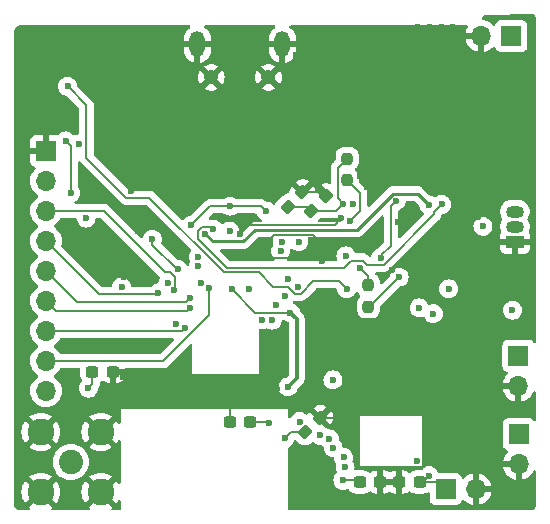
<source format=gbr>
%TF.GenerationSoftware,KiCad,Pcbnew,8.0.8-2.fc41*%
%TF.CreationDate,2025-02-20T20:02:19-05:00*%
%TF.ProjectId,OS-41,4f532d34-312e-46b6-9963-61645f706362,rev?*%
%TF.SameCoordinates,Original*%
%TF.FileFunction,Copper,L4,Bot*%
%TF.FilePolarity,Positive*%
%FSLAX46Y46*%
G04 Gerber Fmt 4.6, Leading zero omitted, Abs format (unit mm)*
G04 Created by KiCad (PCBNEW 8.0.8-2.fc41) date 2025-02-20 20:02:19*
%MOMM*%
%LPD*%
G01*
G04 APERTURE LIST*
G04 Aperture macros list*
%AMRoundRect*
0 Rectangle with rounded corners*
0 $1 Rounding radius*
0 $2 $3 $4 $5 $6 $7 $8 $9 X,Y pos of 4 corners*
0 Add a 4 corners polygon primitive as box body*
4,1,4,$2,$3,$4,$5,$6,$7,$8,$9,$2,$3,0*
0 Add four circle primitives for the rounded corners*
1,1,$1+$1,$2,$3*
1,1,$1+$1,$4,$5*
1,1,$1+$1,$6,$7*
1,1,$1+$1,$8,$9*
0 Add four rect primitives between the rounded corners*
20,1,$1+$1,$2,$3,$4,$5,0*
20,1,$1+$1,$4,$5,$6,$7,0*
20,1,$1+$1,$6,$7,$8,$9,0*
20,1,$1+$1,$8,$9,$2,$3,0*%
G04 Aperture macros list end*
%TA.AperFunction,ComponentPad*%
%ADD10C,2.050000*%
%TD*%
%TA.AperFunction,ComponentPad*%
%ADD11C,2.250000*%
%TD*%
%TA.AperFunction,ComponentPad*%
%ADD12R,1.700000X1.700000*%
%TD*%
%TA.AperFunction,ComponentPad*%
%ADD13O,1.700000X1.700000*%
%TD*%
%TA.AperFunction,ComponentPad*%
%ADD14O,1.300000X2.200000*%
%TD*%
%TA.AperFunction,ComponentPad*%
%ADD15C,1.250000*%
%TD*%
%TA.AperFunction,ComponentPad*%
%ADD16R,1.500000X1.050000*%
%TD*%
%TA.AperFunction,ComponentPad*%
%ADD17O,1.500000X1.050000*%
%TD*%
%TA.AperFunction,SMDPad,CuDef*%
%ADD18RoundRect,0.237500X0.300000X0.237500X-0.300000X0.237500X-0.300000X-0.237500X0.300000X-0.237500X0*%
%TD*%
%TA.AperFunction,SMDPad,CuDef*%
%ADD19RoundRect,0.237500X-0.044194X-0.380070X0.380070X0.044194X0.044194X0.380070X-0.380070X-0.044194X0*%
%TD*%
%TA.AperFunction,SMDPad,CuDef*%
%ADD20RoundRect,0.237500X-0.300000X-0.237500X0.300000X-0.237500X0.300000X0.237500X-0.300000X0.237500X0*%
%TD*%
%TA.AperFunction,SMDPad,CuDef*%
%ADD21RoundRect,0.237500X0.044194X0.380070X-0.380070X-0.044194X-0.044194X-0.380070X0.380070X0.044194X0*%
%TD*%
%TA.AperFunction,SMDPad,CuDef*%
%ADD22RoundRect,0.237500X0.237500X-0.250000X0.237500X0.250000X-0.237500X0.250000X-0.237500X-0.250000X0*%
%TD*%
%TA.AperFunction,ViaPad*%
%ADD23C,0.600000*%
%TD*%
%TA.AperFunction,Conductor*%
%ADD24C,0.200000*%
%TD*%
%TA.AperFunction,Conductor*%
%ADD25C,0.300000*%
%TD*%
%TA.AperFunction,Conductor*%
%ADD26C,0.250000*%
%TD*%
G04 APERTURE END LIST*
D10*
%TO.P,J4,1,In*%
%TO.N,Net-(J4-In)*%
X98100000Y-123850000D03*
D11*
%TO.P,J4,2,Ext*%
%TO.N,GND*%
X95560000Y-121310000D03*
X95560000Y-126390000D03*
X100640000Y-121310000D03*
X100640000Y-126390000D03*
%TD*%
D12*
%TO.P,J7,1,Pin_1*%
%TO.N,GND*%
X96000000Y-97520001D03*
D13*
%TO.P,J7,2,Pin_2*%
%TO.N,VCC*%
X96000000Y-100060001D03*
%TO.P,J7,3,Pin_3*%
%TO.N,GPIO10*%
X96000000Y-102600000D03*
%TO.P,J7,4,Pin_4*%
%TO.N,GPIO11*%
X96000000Y-105140001D03*
%TO.P,J7,5,Pin_5*%
%TO.N,GPIO12*%
X96000000Y-107680001D03*
%TO.P,J7,6,Pin_6*%
%TO.N,GPIO13*%
X96000000Y-110220001D03*
%TO.P,J7,7,Pin_7*%
%TO.N,GPIO14*%
X96000000Y-112760001D03*
%TO.P,J7,8,Pin_8*%
%TO.N,GPIO15*%
X96000000Y-115300002D03*
%TO.P,J7,9,Pin_9*%
%TO.N,GPIO27_ADC1*%
X96000000Y-117840001D03*
%TD*%
D12*
%TO.P,J5,1,Pin_1*%
%TO.N,GPS_ANT*%
X135400000Y-87800000D03*
D13*
%TO.P,J5,2,Pin_2*%
%TO.N,GND*%
X132860000Y-87800000D03*
%TD*%
D14*
%TO.P,J6,6,Shield*%
%TO.N,GND*%
X116019998Y-88500000D03*
D15*
X114839998Y-91300000D03*
X110000000Y-91300000D03*
D14*
X108820000Y-88500000D03*
%TD*%
D12*
%TO.P,J2,1,Pin_1*%
%TO.N,VCC*%
X129850000Y-126150000D03*
D13*
%TO.P,J2,2,Pin_2*%
%TO.N,GND*%
X132390000Y-126150000D03*
%TD*%
D12*
%TO.P,J3,1,Pin_1*%
%TO.N,BATT*%
X136000000Y-114860000D03*
D13*
%TO.P,J3,2,Pin_2*%
%TO.N,GND*%
X136000000Y-117400000D03*
%TD*%
D12*
%TO.P,J1,1,Pin_1*%
%TO.N,VCC*%
X136025000Y-121500000D03*
D13*
%TO.P,J1,2,Pin_2*%
%TO.N,GND*%
X136025000Y-124040000D03*
%TD*%
D16*
%TO.P,U5,1,GND*%
%TO.N,GND*%
X135700000Y-105200000D03*
D17*
%TO.P,U5,2,DQ*%
%TO.N,DQ*%
X135700000Y-103929999D03*
%TO.P,U5,3,V_{DD}*%
%TO.N,VCC*%
X135700000Y-102660000D03*
%TD*%
D18*
%TO.P,C11,1*%
%TO.N,VCC*%
X127642500Y-125550000D03*
%TO.P,C11,2*%
%TO.N,GND*%
X125917500Y-125550000D03*
%TD*%
D19*
%TO.P,C7,1*%
%TO.N,VCC*%
X117970240Y-121329760D03*
%TO.P,C7,2*%
%TO.N,GND*%
X119190000Y-120110000D03*
%TD*%
D20*
%TO.P,C9,1*%
%TO.N,VCC*%
X122574998Y-125550000D03*
%TO.P,C9,2*%
%TO.N,GND*%
X124300000Y-125550000D03*
%TD*%
D21*
%TO.P,C16,1*%
%TO.N,GND*%
X117719880Y-101020120D03*
%TO.P,C16,2*%
%TO.N,VCC*%
X116500120Y-102239880D03*
%TD*%
D18*
%TO.P,C4,1*%
%TO.N,VCC*%
X113302500Y-120500000D03*
%TO.P,C4,2*%
%TO.N,GND*%
X111577500Y-120500000D03*
%TD*%
D21*
%TO.P,C14,1*%
%TO.N,GND*%
X119679880Y-101370120D03*
%TO.P,C14,2*%
%TO.N,VCC*%
X118460120Y-102589880D03*
%TD*%
D22*
%TO.P,R14,1*%
%TO.N,VCC*%
X123300000Y-110712500D03*
%TO.P,R14,2*%
%TO.N,SDA*%
X123300000Y-108887500D03*
%TD*%
D20*
%TO.P,C15,1*%
%TO.N,RESET*%
X99937499Y-116200000D03*
%TO.P,C15,2*%
%TO.N,GND*%
X101662501Y-116200000D03*
%TD*%
D22*
%TO.P,R13,1*%
%TO.N,SCL*%
X121500000Y-100000000D03*
%TO.P,R13,2*%
%TO.N,VCC*%
X121500000Y-98175000D03*
%TD*%
D23*
%TO.N,GND*%
X122280000Y-91030000D03*
X106290000Y-87410000D03*
X121875000Y-121325000D03*
X104400000Y-87500000D03*
X135500000Y-93000000D03*
X132700000Y-122090000D03*
X124450000Y-126775000D03*
X96500000Y-90000000D03*
X133500000Y-93000000D03*
X134500000Y-97000000D03*
X112400000Y-104548406D03*
X135500000Y-95000000D03*
X113800000Y-106400000D03*
X118800000Y-100000000D03*
X136500000Y-97000000D03*
X132500000Y-94000000D03*
X116300000Y-115800000D03*
X98100000Y-126290000D03*
X122014385Y-101985615D03*
X117200000Y-89400000D03*
X135500000Y-97000000D03*
X134620000Y-112330000D03*
X127500000Y-87000000D03*
X123480000Y-112070000D03*
X129500000Y-89000000D03*
X127120000Y-119250000D03*
X98160000Y-120650000D03*
X136500000Y-96000000D03*
X129840000Y-122440000D03*
X122530000Y-87750000D03*
X119500000Y-98600000D03*
X115538470Y-117660924D03*
X105800000Y-118200000D03*
X108500000Y-96000000D03*
X127500000Y-95000000D03*
X130500000Y-93000000D03*
X117620000Y-123410000D03*
X120200000Y-106200000D03*
X99230000Y-105390000D03*
X110830000Y-88640000D03*
X129500000Y-97000000D03*
X129500000Y-87000000D03*
X123200000Y-100600000D03*
X136500000Y-95000000D03*
X121000000Y-103200000D03*
X100370000Y-118320000D03*
X100770000Y-114480000D03*
X120710000Y-94850000D03*
X119260000Y-124280000D03*
X127540000Y-112980000D03*
X115940000Y-95120000D03*
X130500000Y-97000000D03*
X134800000Y-126410000D03*
X133850000Y-104690000D03*
X111705302Y-116906648D03*
X125800000Y-103500000D03*
X129500000Y-96000000D03*
X102300000Y-96490000D03*
X134500000Y-96000000D03*
X117144435Y-96708835D03*
X120200000Y-109400000D03*
X130500000Y-88000000D03*
X102400000Y-106000000D03*
X122600000Y-99600000D03*
X128500000Y-88000000D03*
X99790000Y-106540000D03*
X134500000Y-98000000D03*
X124400000Y-108060000D03*
X133500000Y-96000000D03*
X114120000Y-88880000D03*
X102500000Y-116700000D03*
X107900000Y-93770000D03*
X130500000Y-89000000D03*
X107910000Y-117720000D03*
X135500000Y-98000000D03*
X136500000Y-98000000D03*
X132500000Y-95000000D03*
X107600000Y-101090000D03*
X134440000Y-119830000D03*
X128300000Y-119720000D03*
X135500000Y-94000000D03*
X110870000Y-87720000D03*
X128500000Y-122800000D03*
X95130000Y-90950000D03*
X120400000Y-110200000D03*
X102400000Y-87500000D03*
X127500000Y-96000000D03*
X119600000Y-113200000D03*
X130500000Y-87000000D03*
X129500000Y-98000000D03*
X127500000Y-88000000D03*
X105340000Y-100000000D03*
X123360000Y-118570000D03*
X118890000Y-127270000D03*
X134010000Y-111330000D03*
X101800000Y-107200000D03*
X117650000Y-125140000D03*
X128500000Y-97000000D03*
X111200000Y-118700000D03*
X116800000Y-92000000D03*
X117330000Y-127220000D03*
X102600000Y-108200000D03*
X112910000Y-87810000D03*
X133810000Y-112950000D03*
X107530000Y-91420000D03*
X127500000Y-94000000D03*
X133500000Y-97000000D03*
X106590000Y-100500000D03*
X128500000Y-89000000D03*
X131500000Y-94000000D03*
X135960000Y-126220000D03*
X94200000Y-93200000D03*
X111200000Y-92600000D03*
X131220000Y-122380000D03*
X119400000Y-114000000D03*
X130600000Y-102800000D03*
X103787502Y-104308002D03*
X104600000Y-116800000D03*
X128500000Y-87000000D03*
X106630000Y-89330000D03*
X125330000Y-107620000D03*
X134500000Y-95000000D03*
X127500000Y-97000000D03*
X128500000Y-98000000D03*
X133500000Y-98000000D03*
X129500000Y-88000000D03*
X103166765Y-100883234D03*
X94200000Y-89400000D03*
X132500000Y-93000000D03*
X133500000Y-94000000D03*
X128500000Y-95000000D03*
X134500000Y-94000000D03*
X133500000Y-95000000D03*
X135500000Y-96000000D03*
X128500000Y-96000000D03*
X125760000Y-127350000D03*
X102300000Y-94790000D03*
X136500000Y-94000000D03*
X119175000Y-125150000D03*
X128200000Y-114400000D03*
X110600000Y-93400000D03*
X121630000Y-95520000D03*
X127500000Y-98000000D03*
X131590000Y-102450000D03*
X133400000Y-124500000D03*
X134500000Y-93000000D03*
X103400000Y-88400000D03*
X127500000Y-89000000D03*
X130500000Y-98000000D03*
X109600000Y-95200000D03*
X115100000Y-94550000D03*
X132600000Y-103100000D03*
X119400000Y-106800000D03*
X95420000Y-123840000D03*
X118475000Y-124295000D03*
X106672794Y-96927206D03*
X94400000Y-87600000D03*
X131500000Y-93000000D03*
X136710000Y-127290000D03*
X105240000Y-98930000D03*
X112000000Y-118700000D03*
X129710000Y-121370000D03*
X136500000Y-93000000D03*
X127450000Y-123774994D03*
%TO.N,VCC*%
X114925000Y-120575002D03*
X99400000Y-103200000D03*
X128440000Y-125016370D03*
X130100000Y-109200000D03*
X111600000Y-102200000D03*
X135500000Y-111000000D03*
X98800000Y-96920001D03*
X116209999Y-121860001D03*
X108300000Y-103800000D03*
X125900000Y-108200000D03*
X105000000Y-105000000D03*
X116700000Y-111200000D03*
X121185120Y-102004880D03*
X121135002Y-125400000D03*
X111715606Y-109250216D03*
X114600000Y-102600000D03*
X116500000Y-117500000D03*
X107173770Y-107543135D03*
%TO.N,BATT*%
X115875000Y-105990175D03*
X128800000Y-111300000D03*
%TO.N,1V1*%
X111550000Y-104300000D03*
X114300000Y-111800000D03*
%TO.N,SDI*%
X116275000Y-109800000D03*
X121200000Y-123475000D03*
%TO.N,SCLK*%
X120312132Y-122640785D03*
X115475000Y-110525000D03*
%TO.N,SDO*%
X115150000Y-111850000D03*
X121331812Y-124317976D03*
%TO.N,NSEL*%
X119992732Y-121896724D03*
X108912911Y-106490321D03*
%TO.N,NIRQ*%
X119240000Y-121590000D03*
X109125000Y-108725000D03*
%TO.N,SDN*%
X106325000Y-108700000D03*
X117471300Y-120445464D03*
%TO.N,GPIO15*%
X109816094Y-109141255D03*
%TO.N,GPIO13*%
X108168122Y-110847254D03*
%TO.N,GPIO12*%
X108173339Y-109952542D03*
%TO.N,GPIO11*%
X105475000Y-109546004D03*
%TO.N,GPIO14*%
X107805284Y-112500000D03*
%TO.N,GPIO10*%
X106869159Y-109302990D03*
%TO.N,GPIO27_ADC1*%
X116000000Y-105200000D03*
%TO.N,USB_BOOT*%
X121470000Y-109190000D03*
X97830000Y-92040000D03*
%TO.N,DQ*%
X133000000Y-103900000D03*
X117400000Y-105200000D03*
%TO.N,LED_ERR*%
X107039883Y-112145627D03*
X108913914Y-107291827D03*
%TO.N,RESET*%
X102400000Y-109038589D03*
X99600000Y-117600000D03*
X113201359Y-109197404D03*
%TO.N,QSPI_SS*%
X98100000Y-101060000D03*
X97660000Y-96660000D03*
%TO.N,TXD*%
X128415565Y-102080597D03*
X109500000Y-104548406D03*
%TO.N,RXD*%
X110185836Y-104136544D03*
X129500000Y-102050000D03*
%TO.N,SCL*%
X121400000Y-106400000D03*
X116475000Y-108400000D03*
X121765177Y-103433467D03*
%TO.N,SDA*%
X122600000Y-107400000D03*
X117337499Y-109000000D03*
%TO.N,Net-(D3-A)*%
X120300000Y-116900000D03*
X127600000Y-110800000D03*
%TO.N,Net-(U6-CSB)*%
X124344853Y-106555147D03*
X125650000Y-101750000D03*
%TD*%
D24*
%TO.N,GND*%
X120660000Y-120110000D02*
X121875000Y-121325000D01*
X102000000Y-116200000D02*
X102500000Y-116700000D01*
X124300000Y-125550000D02*
X125917500Y-125550000D01*
X104500000Y-116700000D02*
X104600000Y-116800000D01*
X101662501Y-116200000D02*
X102000000Y-116200000D01*
X111577500Y-120500000D02*
X111577500Y-119077500D01*
X125917500Y-127192500D02*
X125760000Y-127350000D01*
X113990175Y-106590175D02*
X119190175Y-106590175D01*
X120450000Y-103750000D02*
X113198406Y-103750000D01*
X103750000Y-100299999D02*
X103750000Y-99100000D01*
X124300000Y-125550000D02*
X124300000Y-126625000D01*
X115300000Y-104600000D02*
X118600000Y-104600000D01*
X111622500Y-119077500D02*
X112000000Y-118700000D01*
X103166765Y-100883234D02*
X103750000Y-100299999D01*
X113198406Y-103750000D02*
X112400000Y-104548406D01*
X113800000Y-106100000D02*
X115300000Y-104600000D01*
X111577500Y-119077500D02*
X111622500Y-119077500D01*
X119679880Y-101370120D02*
X119679880Y-100879880D01*
X113800000Y-106400000D02*
X113800000Y-106100000D01*
X119329880Y-101020120D02*
X119679880Y-101370120D01*
X125917500Y-125550000D02*
X125917500Y-127192500D01*
X121000000Y-103200000D02*
X120450000Y-103750000D01*
X119679880Y-100879880D02*
X118800000Y-100000000D01*
X119190175Y-106590175D02*
X119400000Y-106800000D01*
X117719880Y-101020120D02*
X119329880Y-101020120D01*
X111577500Y-119077500D02*
X111200000Y-118700000D01*
X113800000Y-106400000D02*
X113990175Y-106590175D01*
X124300000Y-126625000D02*
X124450000Y-126775000D01*
X118600000Y-104600000D02*
X120200000Y-106200000D01*
X119190000Y-120110000D02*
X120660000Y-120110000D01*
X102500000Y-116700000D02*
X104500000Y-116700000D01*
%TO.N,VCC*%
X117970240Y-121329760D02*
X116740240Y-121329760D01*
X111715606Y-109250216D02*
X113665390Y-111200000D01*
X105000000Y-105000000D02*
X105000000Y-105444365D01*
X129250000Y-125550000D02*
X129850000Y-126150000D01*
X113665390Y-111200000D02*
X116700000Y-111200000D01*
X120725000Y-101544760D02*
X121185120Y-102004880D01*
D25*
X117250000Y-111750000D02*
X116700000Y-111200000D01*
D24*
X121135002Y-125400000D02*
X122424998Y-125400000D01*
X120600120Y-102589880D02*
X121185120Y-102004880D01*
X127642500Y-125550000D02*
X129250000Y-125550000D01*
X123300000Y-110712500D02*
X123387500Y-110712500D01*
X114849998Y-120500000D02*
X114925000Y-120575002D01*
X118460120Y-102589880D02*
X120600120Y-102589880D01*
X123387500Y-110712500D02*
X125900000Y-108200000D01*
D25*
X117250000Y-116750000D02*
X117250000Y-111750000D01*
D24*
X111600000Y-102200000D02*
X114200000Y-102200000D01*
X118110120Y-102239880D02*
X118460120Y-102589880D01*
X120725000Y-98950000D02*
X120725000Y-101544760D01*
D25*
X116500000Y-117500000D02*
X117250000Y-116750000D01*
D24*
X122424998Y-125400000D02*
X122574998Y-125550000D01*
X127906370Y-125550000D02*
X128440000Y-125016370D01*
X116500120Y-102239880D02*
X118110120Y-102239880D01*
X109900000Y-102200000D02*
X111600000Y-102200000D01*
X113302500Y-120500000D02*
X114849998Y-120500000D01*
X116740240Y-121329760D02*
X116209999Y-121860001D01*
X107098770Y-107543135D02*
X107173770Y-107543135D01*
X121500000Y-98175000D02*
X120725000Y-98950000D01*
X105000000Y-105444365D02*
X107098770Y-107543135D01*
X127642500Y-125550000D02*
X127906370Y-125550000D01*
X114200000Y-102200000D02*
X114600000Y-102600000D01*
X108300000Y-103800000D02*
X109900000Y-102200000D01*
%TO.N,GPIO15*%
X105924521Y-115300002D02*
X109816094Y-111408429D01*
X100190000Y-115300002D02*
X105924521Y-115300002D01*
X109816094Y-111408429D02*
X109816094Y-109141255D01*
X96000000Y-115300002D02*
X100190000Y-115300002D01*
%TO.N,GPIO13*%
X107915376Y-111100000D02*
X108168122Y-110847254D01*
X96879999Y-111100000D02*
X107915376Y-111100000D01*
X96000000Y-110220001D02*
X96879999Y-111100000D01*
%TO.N,GPIO12*%
X96000000Y-107680001D02*
X98606530Y-110286531D01*
X107839350Y-110286531D02*
X108173339Y-109952542D01*
X98606530Y-110286531D02*
X107839350Y-110286531D01*
%TO.N,GPIO11*%
X98579999Y-107720000D02*
X96000000Y-105140001D01*
X99424999Y-108565000D02*
X98580000Y-107720001D01*
X98579999Y-107720001D02*
X98579999Y-107720000D01*
X105382415Y-109638589D02*
X100498588Y-109638589D01*
X99425000Y-108565000D02*
X99424999Y-108565000D01*
X99425000Y-108565001D02*
X99425000Y-108565000D01*
X100498588Y-109638589D02*
X99425000Y-108565001D01*
X105475000Y-109546004D02*
X105382415Y-109638589D01*
X98580000Y-107720001D02*
X98579999Y-107720001D01*
%TO.N,GPIO14*%
X96000000Y-112760001D02*
X107545283Y-112760001D01*
X107545283Y-112760001D02*
X107805284Y-112500000D01*
%TO.N,GPIO10*%
X100904433Y-102600000D02*
X106091933Y-107787500D01*
X106925000Y-108168261D02*
X106925000Y-109247149D01*
X106925000Y-109247149D02*
X106869159Y-109302990D01*
X106091933Y-107787500D02*
X106544239Y-107787500D01*
X96000000Y-102600000D02*
X100904433Y-102600000D01*
X106544239Y-107787500D02*
X106925000Y-108168261D01*
%TO.N,USB_BOOT*%
X115220000Y-109000000D02*
X114020000Y-107800000D01*
X117088970Y-109600000D02*
X116488970Y-109000000D01*
X121470000Y-109190000D02*
X120836986Y-108556986D01*
X104754353Y-101483234D02*
X102793233Y-101483234D01*
X114020000Y-107800000D02*
X111071119Y-107800000D01*
X118629042Y-108556986D02*
X117586028Y-109600000D01*
X116488970Y-109000000D02*
X115220000Y-109000000D01*
X117586028Y-109600000D02*
X117088970Y-109600000D01*
X99430000Y-93640000D02*
X97830000Y-92040000D01*
X102793233Y-101483234D02*
X99430000Y-98120001D01*
X99430000Y-98120001D02*
X99430000Y-93640000D01*
X111071119Y-107800000D02*
X104754353Y-101483234D01*
X120836986Y-108556986D02*
X118629042Y-108556986D01*
%TO.N,DQ*%
X135629999Y-104000000D02*
X135700000Y-103929999D01*
%TO.N,RESET*%
X99937499Y-117262501D02*
X99600000Y-117600000D01*
X99937499Y-116200000D02*
X99937499Y-117262501D01*
%TO.N,QSPI_SS*%
X97660000Y-96660000D02*
X98100000Y-97100000D01*
X98100000Y-97100000D02*
X98100000Y-101060000D01*
D26*
%TO.N,TXD*%
X128415565Y-102080597D02*
X127459968Y-101125000D01*
X112726594Y-105173406D02*
X110125000Y-105173406D01*
X125391116Y-101125000D02*
X122341116Y-104175000D01*
X110125000Y-105173406D02*
X109500000Y-104548406D01*
X122341116Y-104175000D02*
X113725000Y-104175000D01*
X113725000Y-104175000D02*
X112726594Y-105173406D01*
X127459968Y-101125000D02*
X125391116Y-101125000D01*
D24*
%TO.N,RXD*%
X124593382Y-107155147D02*
X123205147Y-107155147D01*
X109997698Y-103948406D02*
X110185836Y-104136544D01*
X108900000Y-104992485D02*
X108900000Y-104299877D01*
X121248529Y-107400000D02*
X111307515Y-107400000D01*
X129500000Y-102050000D02*
X128869403Y-102680597D01*
X111307515Y-107400000D02*
X108900000Y-104992485D01*
X128869403Y-102879126D02*
X124593382Y-107155147D01*
X122850000Y-106800000D02*
X121848529Y-106800000D01*
X121848529Y-106800000D02*
X121248529Y-107400000D01*
X108900000Y-104299877D02*
X109251471Y-103948406D01*
X109251471Y-103948406D02*
X109997698Y-103948406D01*
X123205147Y-107155147D02*
X122850000Y-106800000D01*
X128869403Y-102680597D02*
X128869403Y-102879126D01*
%TO.N,SCL*%
X122614385Y-101114385D02*
X122614385Y-102584259D01*
X122614385Y-102584259D02*
X121765177Y-103433467D01*
X121500000Y-100000000D02*
X122614385Y-101114385D01*
%TO.N,SDA*%
X123300000Y-108100000D02*
X122600000Y-107400000D01*
X123300000Y-108887500D02*
X123300000Y-108100000D01*
%TO.N,Net-(U6-CSB)*%
X124400000Y-106350000D02*
X124400000Y-106500000D01*
X125200000Y-105550000D02*
X124400000Y-106350000D01*
X125200000Y-102200000D02*
X125200000Y-105550000D01*
X124400000Y-106500000D02*
X124344853Y-106555147D01*
X125650000Y-101750000D02*
X125200000Y-102200000D01*
%TD*%
%TA.AperFunction,Conductor*%
%TO.N,GND*%
G36*
X106782464Y-113380186D02*
G01*
X106828219Y-113432990D01*
X106838163Y-113502148D01*
X106809138Y-113565704D01*
X106803106Y-113572182D01*
X105712105Y-114663183D01*
X105650782Y-114696668D01*
X105624424Y-114699502D01*
X97289091Y-114699502D01*
X97222052Y-114679817D01*
X97176711Y-114627911D01*
X97174037Y-114622177D01*
X97174034Y-114622172D01*
X97174033Y-114622171D01*
X97038495Y-114428601D01*
X97038494Y-114428599D01*
X96871402Y-114261508D01*
X96871401Y-114261507D01*
X96685840Y-114131576D01*
X96642216Y-114076999D01*
X96635023Y-114007500D01*
X96666545Y-113945146D01*
X96685837Y-113928429D01*
X96871401Y-113798496D01*
X97038495Y-113631402D01*
X97174035Y-113437831D01*
X97176707Y-113432098D01*
X97222878Y-113379659D01*
X97289091Y-113360501D01*
X106715425Y-113360501D01*
X106782464Y-113380186D01*
G37*
%TD.AperFunction*%
%TA.AperFunction,Conductor*%
G36*
X98550717Y-103220185D02*
G01*
X98596472Y-103272989D01*
X98606898Y-103310617D01*
X98614630Y-103379249D01*
X98674210Y-103549521D01*
X98761796Y-103688912D01*
X98770184Y-103702262D01*
X98897738Y-103829816D01*
X99050478Y-103925789D01*
X99181327Y-103971575D01*
X99220745Y-103985368D01*
X99220750Y-103985369D01*
X99399996Y-104005565D01*
X99400000Y-104005565D01*
X99400004Y-104005565D01*
X99579249Y-103985369D01*
X99579252Y-103985368D01*
X99579255Y-103985368D01*
X99749522Y-103925789D01*
X99902262Y-103829816D01*
X100029816Y-103702262D01*
X100125789Y-103549522D01*
X100185368Y-103379255D01*
X100187100Y-103363890D01*
X100193102Y-103310617D01*
X100220168Y-103246203D01*
X100277763Y-103206648D01*
X100316322Y-103200500D01*
X100604336Y-103200500D01*
X100671375Y-103220185D01*
X100692017Y-103236819D01*
X105607072Y-108151874D01*
X105607093Y-108151897D01*
X105608956Y-108153760D01*
X105609196Y-108154200D01*
X105614650Y-108160172D01*
X105614660Y-108160184D01*
X105613150Y-108161441D01*
X105642441Y-108215083D01*
X105637457Y-108284775D01*
X105626270Y-108307411D01*
X105599211Y-108350475D01*
X105539631Y-108520745D01*
X105539630Y-108520749D01*
X105526462Y-108637623D01*
X105499395Y-108702037D01*
X105441800Y-108741592D01*
X105417126Y-108746959D01*
X105295749Y-108760634D01*
X105295745Y-108760635D01*
X105125476Y-108820215D01*
X104972737Y-108916188D01*
X104887156Y-109001770D01*
X104825833Y-109035255D01*
X104799475Y-109038089D01*
X103316322Y-109038089D01*
X103249283Y-109018404D01*
X103203528Y-108965600D01*
X103193102Y-108927972D01*
X103185369Y-108859339D01*
X103185368Y-108859337D01*
X103185368Y-108859334D01*
X103125789Y-108689067D01*
X103029816Y-108536327D01*
X102902262Y-108408773D01*
X102895672Y-108404632D01*
X102749523Y-108312800D01*
X102579254Y-108253220D01*
X102579249Y-108253219D01*
X102400004Y-108233024D01*
X102399996Y-108233024D01*
X102220750Y-108253219D01*
X102220745Y-108253220D01*
X102050476Y-108312800D01*
X101897737Y-108408773D01*
X101770184Y-108536326D01*
X101674210Y-108689067D01*
X101614630Y-108859339D01*
X101606898Y-108927972D01*
X101579832Y-108992386D01*
X101522237Y-109031941D01*
X101483678Y-109038089D01*
X100798686Y-109038089D01*
X100731647Y-109018404D01*
X100711005Y-109001770D01*
X99912593Y-108203359D01*
X99912587Y-108203352D01*
X99905520Y-108196285D01*
X99905520Y-108196284D01*
X99793716Y-108084480D01*
X99793715Y-108084479D01*
X99788343Y-108079107D01*
X99788326Y-108079092D01*
X99067590Y-107358356D01*
X99067588Y-107358353D01*
X98948715Y-107239480D01*
X98141736Y-106432501D01*
X97332765Y-105623531D01*
X97299281Y-105562209D01*
X97300672Y-105503758D01*
X97322065Y-105423917D01*
X97335063Y-105375409D01*
X97355659Y-105140001D01*
X97335063Y-104904593D01*
X97273903Y-104676338D01*
X97174035Y-104462172D01*
X97168985Y-104454959D01*
X97038494Y-104268598D01*
X96871402Y-104101507D01*
X96871401Y-104101506D01*
X96839615Y-104079249D01*
X96685839Y-103971574D01*
X96642216Y-103916998D01*
X96635023Y-103847499D01*
X96666545Y-103785145D01*
X96685837Y-103768428D01*
X96871401Y-103638495D01*
X97038495Y-103471401D01*
X97174035Y-103277830D01*
X97176707Y-103272097D01*
X97222878Y-103219658D01*
X97289091Y-103200500D01*
X98483678Y-103200500D01*
X98550717Y-103220185D01*
G37*
%TD.AperFunction*%
%TA.AperFunction,Conductor*%
G36*
X98905703Y-98426531D02*
G01*
X98931885Y-98458241D01*
X98942931Y-98477373D01*
X98949481Y-98488718D01*
X99068349Y-98607586D01*
X99068354Y-98607590D01*
X102424517Y-101963754D01*
X102424519Y-101963755D01*
X102424523Y-101963758D01*
X102498178Y-102006282D01*
X102561449Y-102042811D01*
X102714176Y-102083735D01*
X102714178Y-102083735D01*
X102879887Y-102083735D01*
X102879903Y-102083734D01*
X104454256Y-102083734D01*
X104521295Y-102103419D01*
X104541937Y-102120053D01*
X108262119Y-105840235D01*
X108295604Y-105901558D01*
X108290620Y-105971250D01*
X108279432Y-105993888D01*
X108187122Y-106140797D01*
X108127542Y-106311066D01*
X108127541Y-106311071D01*
X108107346Y-106490317D01*
X108107346Y-106490324D01*
X108127541Y-106669570D01*
X108127542Y-106669575D01*
X108189422Y-106846416D01*
X108187809Y-106846980D01*
X108197738Y-106907246D01*
X108189474Y-106935400D01*
X108190424Y-106935733D01*
X108128547Y-107112564D01*
X108128545Y-107112575D01*
X108125661Y-107138167D01*
X108098592Y-107202580D01*
X108040996Y-107242134D01*
X107971159Y-107244269D01*
X107911254Y-107208309D01*
X107897447Y-107190252D01*
X107848639Y-107112575D01*
X107803586Y-107040873D01*
X107676032Y-106913319D01*
X107666367Y-106907246D01*
X107523293Y-106817346D01*
X107353024Y-106757766D01*
X107353020Y-106757765D01*
X107181577Y-106738449D01*
X107117164Y-106711383D01*
X107107780Y-106702910D01*
X105788296Y-105383426D01*
X105754811Y-105322103D01*
X105758935Y-105254793D01*
X105785368Y-105179255D01*
X105794434Y-105098794D01*
X105805565Y-105000003D01*
X105805565Y-104999996D01*
X105785369Y-104820750D01*
X105785368Y-104820745D01*
X105777910Y-104799431D01*
X105725789Y-104650478D01*
X105629816Y-104497738D01*
X105502262Y-104370184D01*
X105475541Y-104353394D01*
X105349523Y-104274211D01*
X105179254Y-104214631D01*
X105179249Y-104214630D01*
X105000004Y-104194435D01*
X104999996Y-104194435D01*
X104820750Y-104214630D01*
X104820745Y-104214631D01*
X104650476Y-104274211D01*
X104497737Y-104370184D01*
X104370184Y-104497737D01*
X104274208Y-104650480D01*
X104217541Y-104812425D01*
X104176819Y-104869201D01*
X104111866Y-104894948D01*
X104043305Y-104881491D01*
X104012819Y-104859151D01*
X101392023Y-102238355D01*
X101392021Y-102238352D01*
X101273150Y-102119481D01*
X101273149Y-102119480D01*
X101167725Y-102058614D01*
X101167724Y-102058613D01*
X101136216Y-102040422D01*
X101080314Y-102025443D01*
X100983490Y-101999499D01*
X100825376Y-101999499D01*
X100817780Y-101999499D01*
X100817764Y-101999500D01*
X98539817Y-101999500D01*
X98472778Y-101979815D01*
X98427023Y-101927011D01*
X98417079Y-101857853D01*
X98446104Y-101794297D01*
X98473845Y-101770506D01*
X98555050Y-101719481D01*
X98602262Y-101689816D01*
X98729816Y-101562262D01*
X98825789Y-101409522D01*
X98885368Y-101239255D01*
X98885394Y-101239023D01*
X98905565Y-101060003D01*
X98905565Y-101059996D01*
X98885369Y-100880750D01*
X98885368Y-100880745D01*
X98838105Y-100745675D01*
X98825789Y-100710478D01*
X98729816Y-100557738D01*
X98729814Y-100557736D01*
X98729813Y-100557734D01*
X98727550Y-100554896D01*
X98726659Y-100552715D01*
X98726111Y-100551842D01*
X98726264Y-100551745D01*
X98701144Y-100490209D01*
X98700500Y-100477587D01*
X98700500Y-98520244D01*
X98720185Y-98453205D01*
X98772989Y-98407450D01*
X98842147Y-98397506D01*
X98905703Y-98426531D01*
G37*
%TD.AperFunction*%
%TA.AperFunction,Conductor*%
G36*
X115183976Y-104820185D02*
G01*
X115229731Y-104872989D01*
X115239675Y-104942147D01*
X115233978Y-104965455D01*
X115214633Y-105020737D01*
X115214630Y-105020750D01*
X115194435Y-105199996D01*
X115194435Y-105200003D01*
X115214631Y-105379253D01*
X115214632Y-105379257D01*
X115230258Y-105423917D01*
X115233819Y-105493696D01*
X115218210Y-105530841D01*
X115149211Y-105640651D01*
X115089631Y-105810920D01*
X115089630Y-105810925D01*
X115069435Y-105990171D01*
X115069435Y-105990178D01*
X115089630Y-106169424D01*
X115089631Y-106169429D01*
X115149211Y-106339698D01*
X115245184Y-106492437D01*
X115340566Y-106587819D01*
X115374051Y-106649142D01*
X115369067Y-106718834D01*
X115327195Y-106774767D01*
X115261731Y-106799184D01*
X115252885Y-106799500D01*
X111607612Y-106799500D01*
X111540573Y-106779815D01*
X111519931Y-106763181D01*
X110767337Y-106010587D01*
X110733852Y-105949264D01*
X110738836Y-105879572D01*
X110780708Y-105823639D01*
X110846172Y-105799222D01*
X110855018Y-105798906D01*
X112788202Y-105798906D01*
X112788202Y-105798905D01*
X112856262Y-105785368D01*
X112856263Y-105785368D01*
X112874182Y-105781803D01*
X112909046Y-105774869D01*
X112942386Y-105761058D01*
X113022880Y-105727718D01*
X113074103Y-105693490D01*
X113125327Y-105659264D01*
X113212452Y-105572139D01*
X113212453Y-105572137D01*
X113219519Y-105565071D01*
X113219521Y-105565067D01*
X113947771Y-104836819D01*
X114009094Y-104803334D01*
X114035452Y-104800500D01*
X115116937Y-104800500D01*
X115183976Y-104820185D01*
G37*
%TD.AperFunction*%
%TA.AperFunction,Conductor*%
G36*
X124518834Y-102984385D02*
G01*
X124574767Y-103026257D01*
X124599184Y-103091721D01*
X124599500Y-103100567D01*
X124599500Y-105249902D01*
X124579815Y-105316941D01*
X124563181Y-105337583D01*
X124132367Y-105768396D01*
X124085642Y-105797756D01*
X123995329Y-105829358D01*
X123995328Y-105829359D01*
X123842590Y-105925331D01*
X123715037Y-106052884D01*
X123619063Y-106205625D01*
X123559482Y-106375900D01*
X123557933Y-106382688D01*
X123556659Y-106382397D01*
X123532440Y-106440012D01*
X123474839Y-106479558D01*
X123405002Y-106481686D01*
X123348617Y-106449381D01*
X123218717Y-106319481D01*
X123218709Y-106319475D01*
X123099454Y-106250624D01*
X123099451Y-106250623D01*
X123081785Y-106240423D01*
X122929057Y-106199499D01*
X122770943Y-106199499D01*
X122763347Y-106199499D01*
X122763331Y-106199500D01*
X122265917Y-106199500D01*
X122198878Y-106179815D01*
X122153123Y-106127011D01*
X122148875Y-106116454D01*
X122125789Y-106050478D01*
X122125788Y-106050476D01*
X122029816Y-105897738D01*
X121902262Y-105770184D01*
X121887738Y-105761058D01*
X121749523Y-105674211D01*
X121579254Y-105614631D01*
X121579249Y-105614630D01*
X121400004Y-105594435D01*
X121399996Y-105594435D01*
X121220750Y-105614630D01*
X121220745Y-105614631D01*
X121050476Y-105674211D01*
X120897737Y-105770184D01*
X120770184Y-105897737D01*
X120674211Y-106050476D01*
X120614631Y-106220745D01*
X120614630Y-106220750D01*
X120594435Y-106399996D01*
X120594435Y-106400003D01*
X120614630Y-106579249D01*
X120614633Y-106579262D01*
X120633978Y-106634545D01*
X120637540Y-106704324D01*
X120602812Y-106764951D01*
X120540818Y-106797179D01*
X120516937Y-106799500D01*
X116497115Y-106799500D01*
X116430076Y-106779815D01*
X116384321Y-106727011D01*
X116374377Y-106657853D01*
X116403402Y-106594297D01*
X116409434Y-106587819D01*
X116442606Y-106554647D01*
X116504816Y-106492437D01*
X116600789Y-106339697D01*
X116660368Y-106169430D01*
X116660369Y-106169424D01*
X116680565Y-105990178D01*
X116680565Y-105990172D01*
X116672303Y-105916847D01*
X116684357Y-105848025D01*
X116731706Y-105796645D01*
X116799316Y-105779021D01*
X116865722Y-105800747D01*
X116883204Y-105815282D01*
X116897738Y-105829816D01*
X116976924Y-105879572D01*
X117011914Y-105901558D01*
X117050478Y-105925789D01*
X117117566Y-105949264D01*
X117220745Y-105985368D01*
X117220750Y-105985369D01*
X117399996Y-106005565D01*
X117400000Y-106005565D01*
X117400004Y-106005565D01*
X117579249Y-105985369D01*
X117579252Y-105985368D01*
X117579255Y-105985368D01*
X117749522Y-105925789D01*
X117902262Y-105829816D01*
X118029816Y-105702262D01*
X118125789Y-105549522D01*
X118185368Y-105379255D01*
X118185801Y-105375413D01*
X118205565Y-105200003D01*
X118205565Y-105199996D01*
X118185369Y-105020750D01*
X118185366Y-105020737D01*
X118166022Y-104965455D01*
X118162460Y-104895676D01*
X118197188Y-104835049D01*
X118259182Y-104802821D01*
X118283063Y-104800500D01*
X122402724Y-104800500D01*
X122402724Y-104800499D01*
X122470372Y-104787044D01*
X122470373Y-104787044D01*
X122497338Y-104781680D01*
X122523568Y-104776463D01*
X122561623Y-104760700D01*
X122637402Y-104729312D01*
X122688625Y-104695084D01*
X122739849Y-104660858D01*
X122826974Y-104573733D01*
X122826974Y-104573731D01*
X122837182Y-104563524D01*
X122837183Y-104563521D01*
X124387820Y-103012884D01*
X124449142Y-102979401D01*
X124518834Y-102984385D01*
G37*
%TD.AperFunction*%
%TA.AperFunction,Conductor*%
G36*
X127216555Y-101770185D02*
G01*
X127237197Y-101786819D01*
X127589352Y-102138974D01*
X127622837Y-102200297D01*
X127624891Y-102212770D01*
X127630195Y-102259846D01*
X127689775Y-102430118D01*
X127766524Y-102552262D01*
X127785749Y-102582859D01*
X127913303Y-102710413D01*
X127950884Y-102734027D01*
X127997173Y-102786358D01*
X128007823Y-102855412D01*
X127979448Y-102919260D01*
X127972592Y-102926700D01*
X126012181Y-104887112D01*
X125950858Y-104920597D01*
X125881166Y-104915613D01*
X125825233Y-104873741D01*
X125800816Y-104808277D01*
X125800500Y-104799431D01*
X125800500Y-102633412D01*
X125820185Y-102566373D01*
X125872989Y-102520618D01*
X125883531Y-102516375D01*
X125999522Y-102475789D01*
X126152262Y-102379816D01*
X126279816Y-102252262D01*
X126375789Y-102099522D01*
X126435368Y-101929255D01*
X126436167Y-101922171D01*
X126443102Y-101860617D01*
X126470168Y-101796203D01*
X126527763Y-101756648D01*
X126566322Y-101750500D01*
X127149516Y-101750500D01*
X127216555Y-101770185D01*
G37*
%TD.AperFunction*%
%TA.AperFunction,Conductor*%
G36*
X111084627Y-102820185D02*
G01*
X111094903Y-102827555D01*
X111097736Y-102829814D01*
X111097738Y-102829816D01*
X111211270Y-102901152D01*
X111245765Y-102922828D01*
X111250478Y-102925789D01*
X111344235Y-102958596D01*
X111420745Y-102985368D01*
X111420750Y-102985369D01*
X111599996Y-103005565D01*
X111600000Y-103005565D01*
X111600004Y-103005565D01*
X111779249Y-102985369D01*
X111779252Y-102985368D01*
X111779255Y-102985368D01*
X111949522Y-102925789D01*
X112102262Y-102829816D01*
X112102267Y-102829810D01*
X112105097Y-102827555D01*
X112107275Y-102826665D01*
X112108158Y-102826111D01*
X112108255Y-102826265D01*
X112169783Y-102801145D01*
X112182412Y-102800500D01*
X113734083Y-102800500D01*
X113801122Y-102820185D01*
X113846877Y-102872989D01*
X113851125Y-102883546D01*
X113874210Y-102949521D01*
X113945931Y-103063663D01*
X113970184Y-103102262D01*
X114097738Y-103229816D01*
X114174158Y-103277834D01*
X114242070Y-103320506D01*
X114288361Y-103372841D01*
X114299009Y-103441895D01*
X114270634Y-103505743D01*
X114212244Y-103544115D01*
X114176098Y-103549500D01*
X113786606Y-103549500D01*
X113663393Y-103549500D01*
X113604155Y-103561283D01*
X113604154Y-103561282D01*
X113542555Y-103573535D01*
X113542545Y-103573538D01*
X113428716Y-103620687D01*
X113428707Y-103620692D01*
X113326268Y-103689140D01*
X113297999Y-103717410D01*
X113239142Y-103776267D01*
X112560450Y-104454959D01*
X112499127Y-104488444D01*
X112429435Y-104483460D01*
X112373502Y-104441588D01*
X112349085Y-104376124D01*
X112349549Y-104353394D01*
X112355565Y-104300002D01*
X112355565Y-104299996D01*
X112335369Y-104120750D01*
X112335368Y-104120745D01*
X112303966Y-104031003D01*
X112275789Y-103950478D01*
X112179816Y-103797738D01*
X112052262Y-103670184D01*
X112001834Y-103638498D01*
X111899523Y-103574211D01*
X111729254Y-103514631D01*
X111729249Y-103514630D01*
X111550004Y-103494435D01*
X111549996Y-103494435D01*
X111370750Y-103514630D01*
X111370745Y-103514631D01*
X111200476Y-103574211D01*
X111047737Y-103670184D01*
X111029009Y-103688912D01*
X110967686Y-103722396D01*
X110897994Y-103717410D01*
X110842061Y-103675537D01*
X110836336Y-103667201D01*
X110815651Y-103634281D01*
X110688098Y-103506728D01*
X110535359Y-103410755D01*
X110365090Y-103351175D01*
X110365085Y-103351174D01*
X110185840Y-103330979D01*
X110185833Y-103330979D01*
X110084324Y-103342416D01*
X110042533Y-103347125D01*
X110028652Y-103347905D01*
X109911045Y-103347905D01*
X109911029Y-103347906D01*
X109900692Y-103347906D01*
X109833653Y-103328221D01*
X109787898Y-103275417D01*
X109777954Y-103206259D01*
X109806979Y-103142703D01*
X109813011Y-103136225D01*
X110112417Y-102836819D01*
X110173740Y-102803334D01*
X110200098Y-102800500D01*
X111017588Y-102800500D01*
X111084627Y-102820185D01*
G37*
%TD.AperFunction*%
%TA.AperFunction,Conductor*%
G36*
X120890754Y-103154066D02*
G01*
X120948617Y-103193228D01*
X120976122Y-103257456D01*
X120976219Y-103286061D01*
X120958945Y-103439383D01*
X120931879Y-103503797D01*
X120874285Y-103543352D01*
X120835725Y-103549500D01*
X119179426Y-103549500D01*
X119112387Y-103529815D01*
X119066632Y-103477011D01*
X119056688Y-103407853D01*
X119085713Y-103344297D01*
X119091745Y-103337819D01*
X119202865Y-103226699D01*
X119264188Y-103193214D01*
X119290546Y-103190380D01*
X120513451Y-103190380D01*
X120513467Y-103190381D01*
X120521063Y-103190381D01*
X120679173Y-103190381D01*
X120679177Y-103190381D01*
X120820910Y-103152403D01*
X120890754Y-103154066D01*
G37*
%TD.AperFunction*%
%TA.AperFunction,Conductor*%
G36*
X137354846Y-85929973D02*
G01*
X137401589Y-85981905D01*
X137409561Y-86003441D01*
X137433609Y-86093190D01*
X137433610Y-86093191D01*
X137472886Y-86161217D01*
X137489500Y-86223218D01*
X137489500Y-113656538D01*
X137469815Y-113723577D01*
X137417011Y-113769332D01*
X137347853Y-113779276D01*
X137284297Y-113750251D01*
X137266234Y-113730850D01*
X137210603Y-113656538D01*
X137207546Y-113652454D01*
X137207544Y-113652453D01*
X137207544Y-113652452D01*
X137092335Y-113566206D01*
X137092328Y-113566202D01*
X136957482Y-113515908D01*
X136957483Y-113515908D01*
X136897883Y-113509501D01*
X136897881Y-113509500D01*
X136897873Y-113509500D01*
X136897864Y-113509500D01*
X135102129Y-113509500D01*
X135102123Y-113509501D01*
X135042516Y-113515908D01*
X134907671Y-113566202D01*
X134907664Y-113566206D01*
X134792455Y-113652452D01*
X134792452Y-113652455D01*
X134706206Y-113767664D01*
X134706202Y-113767671D01*
X134655908Y-113902517D01*
X134649501Y-113962116D01*
X134649500Y-113962135D01*
X134649500Y-115757870D01*
X134649501Y-115757876D01*
X134655908Y-115817483D01*
X134706202Y-115952328D01*
X134706206Y-115952335D01*
X134792452Y-116067544D01*
X134792455Y-116067547D01*
X134907664Y-116153793D01*
X134907671Y-116153797D01*
X134962404Y-116174211D01*
X135039598Y-116203002D01*
X135095531Y-116244873D01*
X135119949Y-116310337D01*
X135105098Y-116378610D01*
X135083947Y-116406865D01*
X134961886Y-116528926D01*
X134826400Y-116722420D01*
X134826399Y-116722422D01*
X134726570Y-116936507D01*
X134726567Y-116936513D01*
X134669364Y-117149999D01*
X134669364Y-117150000D01*
X135566988Y-117150000D01*
X135534075Y-117207007D01*
X135500000Y-117334174D01*
X135500000Y-117465826D01*
X135534075Y-117592993D01*
X135566988Y-117650000D01*
X134669364Y-117650000D01*
X134726567Y-117863486D01*
X134726570Y-117863492D01*
X134826399Y-118077578D01*
X134961894Y-118271082D01*
X135128917Y-118438105D01*
X135322421Y-118573600D01*
X135536507Y-118673429D01*
X135536516Y-118673433D01*
X135750000Y-118730634D01*
X135750000Y-117833012D01*
X135807007Y-117865925D01*
X135934174Y-117900000D01*
X136065826Y-117900000D01*
X136192993Y-117865925D01*
X136250000Y-117833012D01*
X136250000Y-118730633D01*
X136463483Y-118673433D01*
X136463492Y-118673429D01*
X136677578Y-118573600D01*
X136871082Y-118438105D01*
X137038105Y-118271082D01*
X137173599Y-118077578D01*
X137253118Y-117907051D01*
X137299290Y-117854612D01*
X137366484Y-117835460D01*
X137433365Y-117855676D01*
X137478699Y-117908841D01*
X137489500Y-117959456D01*
X137489500Y-120263143D01*
X137469815Y-120330182D01*
X137417011Y-120375937D01*
X137347853Y-120385881D01*
X137284297Y-120356856D01*
X137266234Y-120337455D01*
X137252990Y-120319764D01*
X137232546Y-120292454D01*
X137232544Y-120292453D01*
X137232544Y-120292452D01*
X137117335Y-120206206D01*
X137117328Y-120206202D01*
X136982482Y-120155908D01*
X136982483Y-120155908D01*
X136922883Y-120149501D01*
X136922881Y-120149500D01*
X136922873Y-120149500D01*
X136922864Y-120149500D01*
X135127129Y-120149500D01*
X135127123Y-120149501D01*
X135067516Y-120155908D01*
X134932671Y-120206202D01*
X134932664Y-120206206D01*
X134817455Y-120292452D01*
X134817452Y-120292455D01*
X134731206Y-120407664D01*
X134731202Y-120407671D01*
X134680908Y-120542517D01*
X134674501Y-120602116D01*
X134674500Y-120602135D01*
X134674500Y-122397870D01*
X134674501Y-122397876D01*
X134680908Y-122457483D01*
X134731202Y-122592328D01*
X134731206Y-122592335D01*
X134817452Y-122707544D01*
X134817455Y-122707547D01*
X134932664Y-122793793D01*
X134932671Y-122793797D01*
X134932674Y-122793798D01*
X135064598Y-122843002D01*
X135120531Y-122884873D01*
X135144949Y-122950337D01*
X135130098Y-123018610D01*
X135108947Y-123046865D01*
X134986886Y-123168926D01*
X134851400Y-123362420D01*
X134851399Y-123362422D01*
X134751570Y-123576507D01*
X134751567Y-123576513D01*
X134694364Y-123789999D01*
X134694364Y-123790000D01*
X135591988Y-123790000D01*
X135559075Y-123847007D01*
X135525000Y-123974174D01*
X135525000Y-124105826D01*
X135559075Y-124232993D01*
X135591988Y-124290000D01*
X134694364Y-124290000D01*
X134751567Y-124503486D01*
X134751570Y-124503492D01*
X134851399Y-124717578D01*
X134986894Y-124911082D01*
X135153917Y-125078105D01*
X135347421Y-125213600D01*
X135561507Y-125313429D01*
X135561516Y-125313433D01*
X135775000Y-125370634D01*
X135775000Y-124473012D01*
X135832007Y-124505925D01*
X135959174Y-124540000D01*
X136090826Y-124540000D01*
X136217993Y-124505925D01*
X136275000Y-124473012D01*
X136275000Y-125370633D01*
X136488483Y-125313433D01*
X136488492Y-125313429D01*
X136702578Y-125213600D01*
X136896082Y-125078105D01*
X137063105Y-124911082D01*
X137198600Y-124717578D01*
X137253118Y-124600664D01*
X137299290Y-124548225D01*
X137366484Y-124529073D01*
X137433365Y-124549289D01*
X137478699Y-124602454D01*
X137489500Y-124653069D01*
X137489500Y-127443038D01*
X137488720Y-127456923D01*
X137478540Y-127547264D01*
X137472362Y-127574333D01*
X137444648Y-127653537D01*
X137432600Y-127678555D01*
X137387957Y-127749604D01*
X137370644Y-127771313D01*
X137311313Y-127830644D01*
X137289604Y-127847957D01*
X137218555Y-127892600D01*
X137193537Y-127904648D01*
X137114333Y-127932362D01*
X137087264Y-127938540D01*
X137007075Y-127947576D01*
X136996921Y-127948720D01*
X136983038Y-127949500D01*
X116649000Y-127949500D01*
X116581961Y-127929815D01*
X116536206Y-127877011D01*
X116525000Y-127825500D01*
X116525000Y-122676013D01*
X116544685Y-122608974D01*
X116583026Y-122571020D01*
X116712261Y-122489817D01*
X116839815Y-122362263D01*
X116935788Y-122209523D01*
X116986286Y-122065205D01*
X117027006Y-122008432D01*
X117091959Y-121982684D01*
X117160521Y-121996140D01*
X117191005Y-122018478D01*
X117438974Y-122266447D01*
X117517748Y-122330618D01*
X117671917Y-122408044D01*
X117839786Y-122447830D01*
X117839789Y-122447830D01*
X118012307Y-122447830D01*
X118180171Y-122408045D01*
X118180172Y-122408044D01*
X118180174Y-122408044D01*
X118334344Y-122330618D01*
X118413117Y-122266448D01*
X118511064Y-122168500D01*
X118572384Y-122135017D01*
X118642076Y-122140001D01*
X118686424Y-122168502D01*
X118737738Y-122219816D01*
X118890478Y-122315789D01*
X118932857Y-122330618D01*
X119060745Y-122375368D01*
X119060750Y-122375369D01*
X119239997Y-122395565D01*
X119240000Y-122395565D01*
X119288053Y-122390150D01*
X119356873Y-122402203D01*
X119389618Y-122425688D01*
X119474281Y-122510351D01*
X119507765Y-122571672D01*
X119509819Y-122611911D01*
X119507927Y-122628719D01*
X119506567Y-122640788D01*
X119526762Y-122820034D01*
X119526763Y-122820039D01*
X119586343Y-122990308D01*
X119671275Y-123125476D01*
X119682316Y-123143047D01*
X119809870Y-123270601D01*
X119962610Y-123366574D01*
X120132877Y-123426153D01*
X120132882Y-123426154D01*
X120245412Y-123438832D01*
X120293957Y-123444302D01*
X120358371Y-123471368D01*
X120397926Y-123528963D01*
X120403294Y-123553638D01*
X120414630Y-123654250D01*
X120414631Y-123654254D01*
X120474211Y-123824522D01*
X120559453Y-123960183D01*
X120578453Y-124027419D01*
X120571501Y-124067108D01*
X120546443Y-124138721D01*
X120546443Y-124138722D01*
X120526247Y-124317972D01*
X120526247Y-124317979D01*
X120546442Y-124497225D01*
X120546445Y-124497238D01*
X120606022Y-124667497D01*
X120609043Y-124673770D01*
X120606647Y-124674923D01*
X120622346Y-124730472D01*
X120601979Y-124797307D01*
X120586034Y-124816890D01*
X120505185Y-124897739D01*
X120409213Y-125050476D01*
X120349633Y-125220745D01*
X120349632Y-125220750D01*
X120329437Y-125399996D01*
X120329437Y-125400003D01*
X120349632Y-125579249D01*
X120349633Y-125579254D01*
X120409213Y-125749523D01*
X120503764Y-125899999D01*
X120505186Y-125902262D01*
X120632740Y-126029816D01*
X120643292Y-126036446D01*
X120781819Y-126123489D01*
X120785480Y-126125789D01*
X120917175Y-126171871D01*
X120955747Y-126185368D01*
X120955752Y-126185369D01*
X121134998Y-126205565D01*
X121135002Y-126205565D01*
X121135006Y-126205565D01*
X121314251Y-126185369D01*
X121314254Y-126185368D01*
X121314257Y-126185368D01*
X121484524Y-126125789D01*
X121484536Y-126125781D01*
X121485624Y-126125258D01*
X121486413Y-126125127D01*
X121491097Y-126123489D01*
X121491383Y-126124308D01*
X121554563Y-126113893D01*
X121618703Y-126141603D01*
X121644983Y-126171868D01*
X121692158Y-126248350D01*
X121814148Y-126370340D01*
X121960982Y-126460908D01*
X122124745Y-126515174D01*
X122225821Y-126525500D01*
X122924174Y-126525499D01*
X122924182Y-126525498D01*
X122924185Y-126525498D01*
X122979528Y-126519844D01*
X123025251Y-126515174D01*
X123189014Y-126460908D01*
X123335848Y-126370340D01*
X123350170Y-126356017D01*
X123411488Y-126322532D01*
X123481180Y-126327513D01*
X123525533Y-126356016D01*
X123539461Y-126369944D01*
X123539465Y-126369947D01*
X123686188Y-126460448D01*
X123686199Y-126460453D01*
X123849847Y-126514680D01*
X123950851Y-126524999D01*
X124550000Y-126524999D01*
X124649140Y-126524999D01*
X124649154Y-126524998D01*
X124750152Y-126514680D01*
X124913800Y-126460453D01*
X124913807Y-126460450D01*
X125043652Y-126380360D01*
X125111045Y-126361919D01*
X125173848Y-126380360D01*
X125303692Y-126460450D01*
X125303699Y-126460453D01*
X125467347Y-126514680D01*
X125568351Y-126524999D01*
X125667500Y-126524998D01*
X125667500Y-125800000D01*
X124550000Y-125800000D01*
X124550000Y-126524999D01*
X123950851Y-126524999D01*
X124050000Y-126524998D01*
X124050000Y-124575000D01*
X124550000Y-124575000D01*
X124550000Y-125300000D01*
X125667500Y-125300000D01*
X125667500Y-124575000D01*
X126167500Y-124575000D01*
X126167500Y-126524999D01*
X126266640Y-126524999D01*
X126266654Y-126524998D01*
X126367652Y-126514680D01*
X126531300Y-126460453D01*
X126531311Y-126460448D01*
X126678035Y-126369947D01*
X126691960Y-126356021D01*
X126753282Y-126322533D01*
X126822973Y-126327514D01*
X126867327Y-126356017D01*
X126881650Y-126370340D01*
X127028484Y-126460908D01*
X127192247Y-126515174D01*
X127293323Y-126525500D01*
X127991676Y-126525499D01*
X127991684Y-126525498D01*
X127991687Y-126525498D01*
X128047030Y-126519844D01*
X128092753Y-126515174D01*
X128256516Y-126460908D01*
X128310404Y-126427669D01*
X128377795Y-126409229D01*
X128444458Y-126430151D01*
X128489228Y-126483793D01*
X128499500Y-126533208D01*
X128499500Y-127047870D01*
X128499501Y-127047876D01*
X128505908Y-127107483D01*
X128556202Y-127242328D01*
X128556206Y-127242335D01*
X128642452Y-127357544D01*
X128642455Y-127357547D01*
X128757664Y-127443793D01*
X128757671Y-127443797D01*
X128892517Y-127494091D01*
X128892516Y-127494091D01*
X128899444Y-127494835D01*
X128952127Y-127500500D01*
X130747872Y-127500499D01*
X130807483Y-127494091D01*
X130942331Y-127443796D01*
X131057546Y-127357546D01*
X131143796Y-127242331D01*
X131144666Y-127240000D01*
X131164021Y-127188105D01*
X131193002Y-127110401D01*
X131234872Y-127054468D01*
X131300337Y-127030050D01*
X131368610Y-127044901D01*
X131396865Y-127066053D01*
X131518917Y-127188105D01*
X131712421Y-127323600D01*
X131926507Y-127423429D01*
X131926516Y-127423433D01*
X132140000Y-127480634D01*
X132140000Y-126583012D01*
X132197007Y-126615925D01*
X132324174Y-126650000D01*
X132455826Y-126650000D01*
X132582993Y-126615925D01*
X132640000Y-126583012D01*
X132640000Y-127480633D01*
X132853483Y-127423433D01*
X132853492Y-127423429D01*
X133067578Y-127323600D01*
X133261082Y-127188105D01*
X133428105Y-127021082D01*
X133563600Y-126827578D01*
X133663429Y-126613492D01*
X133663432Y-126613486D01*
X133720636Y-126400000D01*
X132823012Y-126400000D01*
X132855925Y-126342993D01*
X132890000Y-126215826D01*
X132890000Y-126084174D01*
X132855925Y-125957007D01*
X132823012Y-125900000D01*
X133720636Y-125900000D01*
X133720635Y-125899999D01*
X133663432Y-125686513D01*
X133663429Y-125686507D01*
X133563600Y-125472422D01*
X133563599Y-125472420D01*
X133428113Y-125278926D01*
X133428108Y-125278920D01*
X133261082Y-125111894D01*
X133067578Y-124976399D01*
X132853492Y-124876570D01*
X132853486Y-124876567D01*
X132640000Y-124819364D01*
X132640000Y-125716988D01*
X132582993Y-125684075D01*
X132455826Y-125650000D01*
X132324174Y-125650000D01*
X132197007Y-125684075D01*
X132140000Y-125716988D01*
X132140000Y-124819364D01*
X132139999Y-124819364D01*
X131926513Y-124876567D01*
X131926507Y-124876570D01*
X131712422Y-124976399D01*
X131712420Y-124976400D01*
X131518926Y-125111886D01*
X131396865Y-125233947D01*
X131335542Y-125267431D01*
X131265850Y-125262447D01*
X131209917Y-125220575D01*
X131193002Y-125189598D01*
X131143797Y-125057671D01*
X131143793Y-125057664D01*
X131057547Y-124942455D01*
X131057544Y-124942452D01*
X130942335Y-124856206D01*
X130942328Y-124856202D01*
X130807482Y-124805908D01*
X130807483Y-124805908D01*
X130747883Y-124799501D01*
X130747881Y-124799500D01*
X130747873Y-124799500D01*
X130747865Y-124799500D01*
X129300189Y-124799500D01*
X129233150Y-124779815D01*
X129187395Y-124727011D01*
X129183147Y-124716454D01*
X129165789Y-124666848D01*
X129148348Y-124639091D01*
X129069816Y-124514108D01*
X128942262Y-124386554D01*
X128890028Y-124353733D01*
X128789523Y-124290581D01*
X128619254Y-124231001D01*
X128619249Y-124231000D01*
X128440004Y-124210805D01*
X128439996Y-124210805D01*
X128260750Y-124231000D01*
X128260745Y-124231001D01*
X128090476Y-124290581D01*
X127989972Y-124353733D01*
X127935062Y-124369249D01*
X127918643Y-124405203D01*
X127912611Y-124411681D01*
X127810186Y-124514105D01*
X127810183Y-124514109D01*
X127808691Y-124516484D01*
X127807329Y-124517687D01*
X127805843Y-124519552D01*
X127805516Y-124519291D01*
X127756351Y-124562769D01*
X127703704Y-124574500D01*
X127293330Y-124574500D01*
X127293312Y-124574501D01*
X127192247Y-124584825D01*
X127028484Y-124639092D01*
X127028481Y-124639093D01*
X126881648Y-124729661D01*
X126867325Y-124743984D01*
X126806001Y-124777468D01*
X126736309Y-124772482D01*
X126691965Y-124743982D01*
X126678038Y-124730055D01*
X126678034Y-124730052D01*
X126531311Y-124639551D01*
X126531300Y-124639546D01*
X126367652Y-124585319D01*
X126266654Y-124575000D01*
X126167500Y-124575000D01*
X125667500Y-124575000D01*
X125667500Y-124574999D01*
X125568360Y-124575000D01*
X125568344Y-124575001D01*
X125467347Y-124585319D01*
X125303699Y-124639546D01*
X125303694Y-124639548D01*
X125173847Y-124719640D01*
X125106455Y-124738080D01*
X125043653Y-124719640D01*
X124913805Y-124639548D01*
X124913800Y-124639546D01*
X124750152Y-124585319D01*
X124649154Y-124575000D01*
X124550000Y-124575000D01*
X124050000Y-124575000D01*
X124050000Y-124574999D01*
X123950860Y-124575000D01*
X123950844Y-124575001D01*
X123849847Y-124585319D01*
X123686199Y-124639546D01*
X123686188Y-124639551D01*
X123539465Y-124730052D01*
X123525531Y-124743986D01*
X123464207Y-124777469D01*
X123394515Y-124772483D01*
X123350171Y-124743983D01*
X123335849Y-124729661D01*
X123335848Y-124729660D01*
X123234014Y-124666848D01*
X123189016Y-124639093D01*
X123189011Y-124639091D01*
X123187567Y-124638612D01*
X123025251Y-124584826D01*
X123025249Y-124584825D01*
X122924182Y-124574500D01*
X122247230Y-124574500D01*
X122180191Y-124554815D01*
X122134436Y-124502011D01*
X122124010Y-124436617D01*
X122137377Y-124317979D01*
X122137377Y-124317972D01*
X122124085Y-124200000D01*
X122600000Y-124200000D01*
X127800000Y-124200000D01*
X127800000Y-120000000D01*
X122600000Y-120000000D01*
X122600000Y-124200000D01*
X122124085Y-124200000D01*
X122117181Y-124138726D01*
X122117180Y-124138721D01*
X122108001Y-124112489D01*
X122057601Y-123968454D01*
X121972357Y-123832790D01*
X121953358Y-123765555D01*
X121960309Y-123725869D01*
X121985368Y-123654255D01*
X121997152Y-123549668D01*
X122005565Y-123475003D01*
X122005565Y-123474996D01*
X121985369Y-123295750D01*
X121985368Y-123295745D01*
X121936223Y-123155296D01*
X121925789Y-123125478D01*
X121829816Y-122972738D01*
X121702262Y-122845184D01*
X121620482Y-122793798D01*
X121549523Y-122749211D01*
X121379254Y-122689631D01*
X121379249Y-122689630D01*
X121218173Y-122671482D01*
X121153759Y-122644416D01*
X121114203Y-122586821D01*
X121108836Y-122562144D01*
X121097501Y-122461535D01*
X121097500Y-122461530D01*
X121078784Y-122408043D01*
X121037921Y-122291263D01*
X120941948Y-122138523D01*
X120830582Y-122027157D01*
X120797098Y-121965834D01*
X120795044Y-121925593D01*
X120798297Y-121896724D01*
X120793240Y-121851844D01*
X120778101Y-121717474D01*
X120778100Y-121717469D01*
X120718520Y-121547200D01*
X120622547Y-121394461D01*
X120494994Y-121266908D01*
X120342255Y-121170935D01*
X120171986Y-121111355D01*
X120171981Y-121111354D01*
X119992736Y-121091159D01*
X119992729Y-121091159D01*
X119944676Y-121096573D01*
X119875854Y-121084518D01*
X119843112Y-121061034D01*
X119742262Y-120960184D01*
X119604403Y-120873561D01*
X119582694Y-120856248D01*
X118836445Y-120109999D01*
X119543554Y-120109999D01*
X119543554Y-120110001D01*
X120056204Y-120622651D01*
X120056206Y-120622651D01*
X120126300Y-120552557D01*
X120126308Y-120552548D01*
X120190435Y-120473830D01*
X120190438Y-120473825D01*
X120267811Y-120319764D01*
X120307570Y-120152004D01*
X120307570Y-119979607D01*
X120267810Y-119811845D01*
X120190438Y-119657786D01*
X120126313Y-119579068D01*
X120100398Y-119553154D01*
X119543554Y-120109999D01*
X118836445Y-120109999D01*
X118323794Y-119597348D01*
X118253691Y-119667451D01*
X118189564Y-119746169D01*
X118189561Y-119746175D01*
X118171188Y-119782757D01*
X118123509Y-119833830D01*
X118055786Y-119851018D01*
X117989522Y-119828864D01*
X117977143Y-119818504D01*
X117973562Y-119815648D01*
X117820823Y-119719675D01*
X117650554Y-119660095D01*
X117650549Y-119660094D01*
X117471304Y-119639899D01*
X117471296Y-119639899D01*
X117292050Y-119660094D01*
X117292045Y-119660095D01*
X117121776Y-119719675D01*
X116969037Y-119815648D01*
X116841484Y-119943201D01*
X116753994Y-120082441D01*
X116701659Y-120128732D01*
X116632605Y-120139380D01*
X116568757Y-120111005D01*
X116530385Y-120052615D01*
X116525000Y-120016469D01*
X116525000Y-119375000D01*
X102325000Y-119375000D01*
X102325000Y-120510062D01*
X102305315Y-120577101D01*
X102252511Y-120622856D01*
X102183353Y-120632800D01*
X102119797Y-120603775D01*
X102096051Y-120573437D01*
X102094909Y-120574138D01*
X101958719Y-120351898D01*
X101958712Y-120351888D01*
X101955465Y-120348087D01*
X101955464Y-120348087D01*
X101394114Y-120909437D01*
X101393260Y-120907374D01*
X101300238Y-120768156D01*
X101181844Y-120649762D01*
X101042626Y-120556740D01*
X101040561Y-120555884D01*
X101601911Y-119994535D01*
X101601911Y-119994533D01*
X101598110Y-119991286D01*
X101598095Y-119991275D01*
X101380015Y-119857636D01*
X101380012Y-119857634D01*
X101143702Y-119759752D01*
X100894988Y-119700042D01*
X100894989Y-119700042D01*
X100640000Y-119679975D01*
X100385010Y-119700042D01*
X100136297Y-119759752D01*
X99899987Y-119857634D01*
X99899984Y-119857636D01*
X99681897Y-119991280D01*
X99678087Y-119994534D01*
X100239438Y-120555884D01*
X100237374Y-120556740D01*
X100098156Y-120649762D01*
X99979762Y-120768156D01*
X99886740Y-120907374D01*
X99885884Y-120909438D01*
X99324533Y-120348087D01*
X99321280Y-120351897D01*
X99187636Y-120569984D01*
X99187634Y-120569987D01*
X99089752Y-120806297D01*
X99030042Y-121055010D01*
X99009975Y-121310000D01*
X99030042Y-121564989D01*
X99089752Y-121813702D01*
X99187634Y-122050012D01*
X99187636Y-122050015D01*
X99321275Y-122268095D01*
X99321286Y-122268110D01*
X99324533Y-122271911D01*
X99324535Y-122271911D01*
X99885884Y-121710561D01*
X99886740Y-121712626D01*
X99979762Y-121851844D01*
X100098156Y-121970238D01*
X100237374Y-122063260D01*
X100239437Y-122064114D01*
X99678087Y-122625464D01*
X99678087Y-122625465D01*
X99681888Y-122628712D01*
X99681898Y-122628719D01*
X99899984Y-122762363D01*
X99899987Y-122762365D01*
X100136297Y-122860247D01*
X100385011Y-122919957D01*
X100385010Y-122919957D01*
X100640000Y-122940024D01*
X100894989Y-122919957D01*
X101143702Y-122860247D01*
X101380012Y-122762365D01*
X101380015Y-122762363D01*
X101598103Y-122628719D01*
X101601912Y-122625464D01*
X101040562Y-122064114D01*
X101042626Y-122063260D01*
X101181844Y-121970238D01*
X101300238Y-121851844D01*
X101393260Y-121712626D01*
X101394114Y-121710562D01*
X101955464Y-122271912D01*
X101958719Y-122268103D01*
X102094909Y-122045862D01*
X102096787Y-122047013D01*
X102138453Y-122002868D01*
X102206268Y-121986049D01*
X102272410Y-122008564D01*
X102315881Y-122063264D01*
X102325000Y-122109937D01*
X102325000Y-125590062D01*
X102305315Y-125657101D01*
X102252511Y-125702856D01*
X102183353Y-125712800D01*
X102119797Y-125683775D01*
X102096051Y-125653437D01*
X102094909Y-125654138D01*
X101958719Y-125431898D01*
X101958712Y-125431888D01*
X101955465Y-125428087D01*
X101955464Y-125428087D01*
X101394114Y-125989437D01*
X101393260Y-125987374D01*
X101300238Y-125848156D01*
X101181844Y-125729762D01*
X101042626Y-125636740D01*
X101040561Y-125635884D01*
X101601911Y-125074535D01*
X101601911Y-125074533D01*
X101598110Y-125071286D01*
X101598095Y-125071275D01*
X101380015Y-124937636D01*
X101380012Y-124937634D01*
X101143702Y-124839752D01*
X100894988Y-124780042D01*
X100894989Y-124780042D01*
X100640000Y-124759975D01*
X100385010Y-124780042D01*
X100136297Y-124839752D01*
X99899987Y-124937634D01*
X99899984Y-124937636D01*
X99681897Y-125071280D01*
X99678087Y-125074534D01*
X100239438Y-125635884D01*
X100237374Y-125636740D01*
X100098156Y-125729762D01*
X99979762Y-125848156D01*
X99886740Y-125987374D01*
X99885884Y-125989438D01*
X99324533Y-125428087D01*
X99321280Y-125431897D01*
X99187636Y-125649984D01*
X99187634Y-125649987D01*
X99089752Y-125886297D01*
X99030042Y-126135010D01*
X99009975Y-126390000D01*
X99030042Y-126644989D01*
X99089752Y-126893702D01*
X99187634Y-127130012D01*
X99187636Y-127130015D01*
X99321275Y-127348095D01*
X99321286Y-127348110D01*
X99324533Y-127351911D01*
X99324535Y-127351911D01*
X99885884Y-126790561D01*
X99886740Y-126792626D01*
X99979762Y-126931844D01*
X100098156Y-127050238D01*
X100237374Y-127143260D01*
X100239437Y-127144114D01*
X99678087Y-127705464D01*
X99678087Y-127705465D01*
X99681888Y-127708712D01*
X99681893Y-127708716D01*
X99699936Y-127719773D01*
X99746811Y-127771585D01*
X99758233Y-127840515D01*
X99730575Y-127904678D01*
X99672619Y-127943702D01*
X99635145Y-127949500D01*
X96564855Y-127949500D01*
X96497816Y-127929815D01*
X96452061Y-127877011D01*
X96442117Y-127807853D01*
X96471142Y-127744297D01*
X96500066Y-127719772D01*
X96518104Y-127708717D01*
X96521912Y-127705464D01*
X95960562Y-127144114D01*
X95962626Y-127143260D01*
X96101844Y-127050238D01*
X96220238Y-126931844D01*
X96313260Y-126792626D01*
X96314114Y-126790562D01*
X96875464Y-127351912D01*
X96878719Y-127348103D01*
X97012363Y-127130015D01*
X97012365Y-127130012D01*
X97110247Y-126893702D01*
X97169957Y-126644989D01*
X97190024Y-126390000D01*
X97169957Y-126135010D01*
X97110247Y-125886297D01*
X97012365Y-125649987D01*
X97012363Y-125649984D01*
X96878719Y-125431898D01*
X96878712Y-125431888D01*
X96875465Y-125428087D01*
X96875464Y-125428087D01*
X96314114Y-125989437D01*
X96313260Y-125987374D01*
X96220238Y-125848156D01*
X96101844Y-125729762D01*
X95962626Y-125636740D01*
X95960561Y-125635884D01*
X96521911Y-125074535D01*
X96521911Y-125074533D01*
X96518110Y-125071286D01*
X96518095Y-125071275D01*
X96300015Y-124937636D01*
X96300012Y-124937634D01*
X96063702Y-124839752D01*
X95814988Y-124780042D01*
X95814989Y-124780042D01*
X95560000Y-124759975D01*
X95305010Y-124780042D01*
X95056297Y-124839752D01*
X94819987Y-124937634D01*
X94819984Y-124937636D01*
X94601897Y-125071280D01*
X94598087Y-125074534D01*
X95159438Y-125635884D01*
X95157374Y-125636740D01*
X95018156Y-125729762D01*
X94899762Y-125848156D01*
X94806740Y-125987374D01*
X94805884Y-125989438D01*
X94244533Y-125428087D01*
X94241280Y-125431897D01*
X94107636Y-125649984D01*
X94107634Y-125649987D01*
X94009752Y-125886297D01*
X93950042Y-126135010D01*
X93929975Y-126390000D01*
X93950042Y-126644989D01*
X94009752Y-126893702D01*
X94107634Y-127130012D01*
X94107636Y-127130015D01*
X94241275Y-127348095D01*
X94241286Y-127348110D01*
X94244533Y-127351911D01*
X94244535Y-127351911D01*
X94805884Y-126790561D01*
X94806740Y-126792626D01*
X94899762Y-126931844D01*
X95018156Y-127050238D01*
X95157374Y-127143260D01*
X95159437Y-127144114D01*
X94598087Y-127705464D01*
X94598087Y-127705465D01*
X94601888Y-127708712D01*
X94601893Y-127708716D01*
X94619936Y-127719773D01*
X94666811Y-127771585D01*
X94678233Y-127840515D01*
X94650575Y-127904678D01*
X94592619Y-127943702D01*
X94555145Y-127949500D01*
X93826962Y-127949500D01*
X93813078Y-127948720D01*
X93800553Y-127947308D01*
X93722735Y-127938540D01*
X93695666Y-127932362D01*
X93616462Y-127904648D01*
X93591444Y-127892600D01*
X93520395Y-127847957D01*
X93498686Y-127830644D01*
X93439355Y-127771313D01*
X93422042Y-127749604D01*
X93418707Y-127744297D01*
X93377398Y-127678553D01*
X93365351Y-127653537D01*
X93337637Y-127574333D01*
X93331459Y-127547263D01*
X93321280Y-127456922D01*
X93320500Y-127443038D01*
X93320500Y-123850000D01*
X96569783Y-123850000D01*
X96588623Y-124089382D01*
X96644674Y-124322853D01*
X96644678Y-124322865D01*
X96736565Y-124544702D01*
X96858685Y-124743984D01*
X96862028Y-124749439D01*
X97017973Y-124932027D01*
X97200561Y-125087972D01*
X97275933Y-125134160D01*
X97405297Y-125213434D01*
X97502047Y-125253508D01*
X97627137Y-125305323D01*
X97860621Y-125361377D01*
X98100000Y-125380217D01*
X98339379Y-125361377D01*
X98572863Y-125305323D01*
X98777039Y-125220750D01*
X98794702Y-125213434D01*
X98794704Y-125213433D01*
X98999439Y-125087972D01*
X99182027Y-124932027D01*
X99337972Y-124749439D01*
X99463433Y-124544704D01*
X99465382Y-124540000D01*
X99483097Y-124497231D01*
X99555323Y-124322863D01*
X99611377Y-124089379D01*
X99630217Y-123850000D01*
X99611377Y-123610621D01*
X99555323Y-123377137D01*
X99469079Y-123168926D01*
X99463434Y-123155297D01*
X99337973Y-122950563D01*
X99337972Y-122950561D01*
X99182027Y-122767973D01*
X98999439Y-122612028D01*
X98999250Y-122611912D01*
X98794702Y-122486565D01*
X98580586Y-122397876D01*
X98572863Y-122394677D01*
X98572859Y-122394676D01*
X98572853Y-122394674D01*
X98339382Y-122338623D01*
X98100000Y-122319783D01*
X97860617Y-122338623D01*
X97627146Y-122394674D01*
X97627134Y-122394678D01*
X97405297Y-122486565D01*
X97200563Y-122612026D01*
X97017973Y-122767973D01*
X96862026Y-122950563D01*
X96736565Y-123155297D01*
X96644678Y-123377134D01*
X96644674Y-123377146D01*
X96588623Y-123610617D01*
X96569783Y-123850000D01*
X93320500Y-123850000D01*
X93320500Y-121310000D01*
X93929975Y-121310000D01*
X93950042Y-121564989D01*
X94009752Y-121813702D01*
X94107634Y-122050012D01*
X94107636Y-122050015D01*
X94241275Y-122268095D01*
X94241286Y-122268110D01*
X94244533Y-122271911D01*
X94244535Y-122271911D01*
X94805884Y-121710561D01*
X94806740Y-121712626D01*
X94899762Y-121851844D01*
X95018156Y-121970238D01*
X95157374Y-122063260D01*
X95159437Y-122064114D01*
X94598087Y-122625464D01*
X94598087Y-122625465D01*
X94601888Y-122628712D01*
X94601898Y-122628719D01*
X94819984Y-122762363D01*
X94819987Y-122762365D01*
X95056297Y-122860247D01*
X95305011Y-122919957D01*
X95305010Y-122919957D01*
X95560000Y-122940024D01*
X95814989Y-122919957D01*
X96063702Y-122860247D01*
X96300012Y-122762365D01*
X96300015Y-122762363D01*
X96518103Y-122628719D01*
X96521912Y-122625464D01*
X95960562Y-122064114D01*
X95962626Y-122063260D01*
X96101844Y-121970238D01*
X96220238Y-121851844D01*
X96313260Y-121712626D01*
X96314114Y-121710562D01*
X96875464Y-122271912D01*
X96878719Y-122268103D01*
X97012363Y-122050015D01*
X97012365Y-122050012D01*
X97110247Y-121813702D01*
X97169957Y-121564989D01*
X97190024Y-121310000D01*
X97169957Y-121055010D01*
X97110247Y-120806297D01*
X97012365Y-120569987D01*
X97012363Y-120569984D01*
X96878719Y-120351898D01*
X96878712Y-120351888D01*
X96875465Y-120348087D01*
X96875464Y-120348087D01*
X96314114Y-120909437D01*
X96313260Y-120907374D01*
X96220238Y-120768156D01*
X96101844Y-120649762D01*
X95962626Y-120556740D01*
X95960561Y-120555884D01*
X96521911Y-119994535D01*
X96521911Y-119994533D01*
X96518110Y-119991286D01*
X96518095Y-119991275D01*
X96300015Y-119857636D01*
X96300012Y-119857634D01*
X96063702Y-119759752D01*
X95814988Y-119700042D01*
X95814989Y-119700042D01*
X95560000Y-119679975D01*
X95305010Y-119700042D01*
X95056297Y-119759752D01*
X94819987Y-119857634D01*
X94819984Y-119857636D01*
X94601897Y-119991280D01*
X94598087Y-119994534D01*
X95159438Y-120555884D01*
X95157374Y-120556740D01*
X95018156Y-120649762D01*
X94899762Y-120768156D01*
X94806740Y-120907374D01*
X94805885Y-120909438D01*
X94244534Y-120348087D01*
X94241280Y-120351897D01*
X94107636Y-120569984D01*
X94107634Y-120569987D01*
X94009752Y-120806297D01*
X93950042Y-121055010D01*
X93929975Y-121310000D01*
X93320500Y-121310000D01*
X93320500Y-119243794D01*
X118677348Y-119243794D01*
X119190000Y-119756446D01*
X119190001Y-119756446D01*
X119746845Y-119199600D01*
X119720940Y-119173695D01*
X119720931Y-119173687D01*
X119642214Y-119109561D01*
X119488154Y-119032189D01*
X119320392Y-118992430D01*
X119147996Y-118992430D01*
X118980235Y-119032188D01*
X118826174Y-119109561D01*
X118747454Y-119173687D01*
X118747448Y-119173693D01*
X118677348Y-119243794D01*
X93320500Y-119243794D01*
X93320500Y-100060000D01*
X94644341Y-100060000D01*
X94644341Y-100060001D01*
X94664936Y-100295404D01*
X94664938Y-100295414D01*
X94726094Y-100523656D01*
X94726096Y-100523660D01*
X94726097Y-100523664D01*
X94808520Y-100700420D01*
X94825965Y-100737831D01*
X94825967Y-100737835D01*
X94926038Y-100880750D01*
X94961501Y-100931397D01*
X94961506Y-100931403D01*
X95128597Y-101098494D01*
X95128603Y-101098499D01*
X95314157Y-101228425D01*
X95357782Y-101283002D01*
X95364976Y-101352500D01*
X95333453Y-101414855D01*
X95314158Y-101431575D01*
X95128594Y-101561508D01*
X94961505Y-101728597D01*
X94825965Y-101922169D01*
X94825964Y-101922171D01*
X94726098Y-102136335D01*
X94726094Y-102136344D01*
X94664938Y-102364586D01*
X94664936Y-102364596D01*
X94644341Y-102599999D01*
X94644341Y-102600000D01*
X94664936Y-102835403D01*
X94664938Y-102835413D01*
X94726094Y-103063655D01*
X94726096Y-103063659D01*
X94726097Y-103063663D01*
X94802122Y-103226699D01*
X94825965Y-103277830D01*
X94825967Y-103277834D01*
X94961501Y-103471395D01*
X94961506Y-103471402D01*
X95128597Y-103638493D01*
X95128603Y-103638498D01*
X95314158Y-103768425D01*
X95357783Y-103823002D01*
X95364977Y-103892500D01*
X95333454Y-103954855D01*
X95314159Y-103971575D01*
X95128594Y-104101509D01*
X94961505Y-104268598D01*
X94825965Y-104462170D01*
X94825964Y-104462172D01*
X94726098Y-104676336D01*
X94726094Y-104676345D01*
X94664938Y-104904587D01*
X94664936Y-104904597D01*
X94644341Y-105140000D01*
X94644341Y-105140001D01*
X94664936Y-105375404D01*
X94664938Y-105375414D01*
X94726094Y-105603656D01*
X94726096Y-105603660D01*
X94726097Y-105603664D01*
X94817999Y-105800747D01*
X94825965Y-105817831D01*
X94825967Y-105817835D01*
X94884591Y-105901558D01*
X94960934Y-106010587D01*
X94961501Y-106011396D01*
X94961506Y-106011403D01*
X95128597Y-106178494D01*
X95128603Y-106178499D01*
X95314158Y-106308426D01*
X95357783Y-106363003D01*
X95364977Y-106432501D01*
X95333454Y-106494856D01*
X95314158Y-106511576D01*
X95128597Y-106641506D01*
X94961505Y-106808598D01*
X94825965Y-107002170D01*
X94825964Y-107002172D01*
X94726098Y-107216336D01*
X94726094Y-107216345D01*
X94664938Y-107444587D01*
X94664936Y-107444597D01*
X94644341Y-107680000D01*
X94644341Y-107680001D01*
X94664936Y-107915404D01*
X94664938Y-107915414D01*
X94726094Y-108143656D01*
X94726096Y-108143660D01*
X94726097Y-108143664D01*
X94825965Y-108357831D01*
X94825967Y-108357835D01*
X94907455Y-108474211D01*
X94960189Y-108549523D01*
X94961501Y-108551396D01*
X94961506Y-108551403D01*
X95128597Y-108718494D01*
X95128603Y-108718499D01*
X95314158Y-108848426D01*
X95357783Y-108903003D01*
X95364977Y-108972501D01*
X95333454Y-109034856D01*
X95314158Y-109051576D01*
X95128597Y-109181506D01*
X94961505Y-109348598D01*
X94825965Y-109542170D01*
X94825964Y-109542172D01*
X94726098Y-109756336D01*
X94726094Y-109756345D01*
X94664938Y-109984587D01*
X94664938Y-109984589D01*
X94664937Y-109984593D01*
X94652159Y-110130642D01*
X94644341Y-110220000D01*
X94644341Y-110220001D01*
X94664936Y-110455404D01*
X94664938Y-110455414D01*
X94726094Y-110683656D01*
X94726096Y-110683660D01*
X94726097Y-110683664D01*
X94803883Y-110850476D01*
X94825965Y-110897831D01*
X94825967Y-110897835D01*
X94961501Y-111091396D01*
X94961506Y-111091403D01*
X95128597Y-111258494D01*
X95128603Y-111258499D01*
X95314158Y-111388426D01*
X95357783Y-111443003D01*
X95364977Y-111512501D01*
X95333454Y-111574856D01*
X95314158Y-111591576D01*
X95128597Y-111721506D01*
X94961505Y-111888598D01*
X94825965Y-112082170D01*
X94825964Y-112082172D01*
X94726098Y-112296336D01*
X94726094Y-112296345D01*
X94664938Y-112524587D01*
X94664936Y-112524597D01*
X94644341Y-112760000D01*
X94644341Y-112760001D01*
X94664936Y-112995404D01*
X94664938Y-112995414D01*
X94726094Y-113223656D01*
X94726096Y-113223660D01*
X94726097Y-113223664D01*
X94798839Y-113379659D01*
X94825965Y-113437831D01*
X94825967Y-113437835D01*
X94961501Y-113631396D01*
X94961506Y-113631403D01*
X95128597Y-113798494D01*
X95128603Y-113798499D01*
X95314158Y-113928426D01*
X95357783Y-113983003D01*
X95364977Y-114052501D01*
X95333454Y-114114856D01*
X95314159Y-114131576D01*
X95128594Y-114261510D01*
X94961505Y-114428599D01*
X94825965Y-114622171D01*
X94825964Y-114622173D01*
X94726098Y-114836337D01*
X94726094Y-114836346D01*
X94664938Y-115064588D01*
X94664936Y-115064598D01*
X94644341Y-115300001D01*
X94644341Y-115300002D01*
X94664936Y-115535405D01*
X94664938Y-115535415D01*
X94726094Y-115763657D01*
X94726096Y-115763661D01*
X94726097Y-115763665D01*
X94789906Y-115900503D01*
X94825965Y-115977832D01*
X94825967Y-115977836D01*
X94907611Y-116094435D01*
X94949176Y-116153796D01*
X94961501Y-116171397D01*
X94961506Y-116171404D01*
X95128597Y-116338495D01*
X95128603Y-116338500D01*
X95314157Y-116468426D01*
X95357782Y-116523003D01*
X95364976Y-116592501D01*
X95333453Y-116654856D01*
X95314158Y-116671576D01*
X95128594Y-116801509D01*
X94961505Y-116968598D01*
X94825965Y-117162170D01*
X94825964Y-117162172D01*
X94726098Y-117376336D01*
X94726094Y-117376345D01*
X94664938Y-117604587D01*
X94664936Y-117604597D01*
X94644341Y-117840000D01*
X94644341Y-117840001D01*
X94664936Y-118075404D01*
X94664938Y-118075414D01*
X94726094Y-118303656D01*
X94726096Y-118303660D01*
X94726097Y-118303664D01*
X94788788Y-118438105D01*
X94825965Y-118517831D01*
X94825967Y-118517835D01*
X94934281Y-118672522D01*
X94961505Y-118711402D01*
X95128599Y-118878496D01*
X95225384Y-118946266D01*
X95322165Y-119014033D01*
X95322167Y-119014034D01*
X95322170Y-119014036D01*
X95536337Y-119113904D01*
X95764592Y-119175064D01*
X95952918Y-119191540D01*
X95999999Y-119195660D01*
X96000000Y-119195660D01*
X96000001Y-119195660D01*
X96039234Y-119192227D01*
X96235408Y-119175064D01*
X96463663Y-119113904D01*
X96677830Y-119014036D01*
X96871401Y-118878496D01*
X97038495Y-118711402D01*
X97174035Y-118517831D01*
X97273903Y-118303664D01*
X97335063Y-118075409D01*
X97355659Y-117840001D01*
X97335063Y-117604593D01*
X97273903Y-117376338D01*
X97174035Y-117162172D01*
X97165846Y-117150476D01*
X97038494Y-116968598D01*
X96871402Y-116801507D01*
X96871401Y-116801506D01*
X96685842Y-116671576D01*
X96642218Y-116616999D01*
X96635025Y-116547500D01*
X96666547Y-116485146D01*
X96685843Y-116468426D01*
X96712158Y-116450000D01*
X96871401Y-116338497D01*
X97038495Y-116171403D01*
X97174035Y-115977832D01*
X97176707Y-115972099D01*
X97222878Y-115919660D01*
X97289091Y-115900502D01*
X98775499Y-115900502D01*
X98842538Y-115920187D01*
X98888293Y-115972991D01*
X98899499Y-116024502D01*
X98899499Y-116486669D01*
X98899500Y-116486687D01*
X98909824Y-116587752D01*
X98911398Y-116592501D01*
X98964019Y-116751300D01*
X98964091Y-116751515D01*
X98964092Y-116751518D01*
X99047026Y-116885975D01*
X99065466Y-116953368D01*
X99044543Y-117020031D01*
X99029169Y-117038753D01*
X98970183Y-117097739D01*
X98874211Y-117250476D01*
X98814631Y-117420745D01*
X98814630Y-117420750D01*
X98794435Y-117599996D01*
X98794435Y-117600003D01*
X98814630Y-117779249D01*
X98814631Y-117779254D01*
X98874211Y-117949523D01*
X98953308Y-118075404D01*
X98970184Y-118102262D01*
X99097738Y-118229816D01*
X99186148Y-118285368D01*
X99215253Y-118303656D01*
X99250478Y-118325789D01*
X99420745Y-118385368D01*
X99420750Y-118385369D01*
X99599996Y-118405565D01*
X99600000Y-118405565D01*
X99600004Y-118405565D01*
X99779249Y-118385369D01*
X99779252Y-118385368D01*
X99779255Y-118385368D01*
X99949522Y-118325789D01*
X100102262Y-118229816D01*
X100229816Y-118102262D01*
X100325789Y-117949522D01*
X100385368Y-117779255D01*
X100395439Y-117689865D01*
X100415825Y-117639335D01*
X100413955Y-117638256D01*
X100433390Y-117604593D01*
X100497076Y-117494285D01*
X100538000Y-117341558D01*
X100538000Y-117188451D01*
X100557685Y-117121412D01*
X100596901Y-117082913D01*
X100698349Y-117020340D01*
X100712671Y-117006017D01*
X100773989Y-116972532D01*
X100843681Y-116977513D01*
X100888034Y-117006016D01*
X100901962Y-117019944D01*
X100901966Y-117019947D01*
X101048689Y-117110448D01*
X101048700Y-117110453D01*
X101212348Y-117164680D01*
X101313352Y-117174999D01*
X101912501Y-117174999D01*
X102011641Y-117174999D01*
X102011655Y-117174998D01*
X102112653Y-117164680D01*
X102276301Y-117110453D01*
X102276312Y-117110448D01*
X102423035Y-117019947D01*
X102423039Y-117019944D01*
X102544945Y-116898038D01*
X102544948Y-116898034D01*
X102635449Y-116751311D01*
X102635454Y-116751300D01*
X102689681Y-116587652D01*
X102700000Y-116486654D01*
X102700001Y-116486641D01*
X102700001Y-116450000D01*
X101912501Y-116450000D01*
X101912501Y-117174999D01*
X101313352Y-117174999D01*
X101412501Y-117174998D01*
X101412501Y-116324000D01*
X101432186Y-116256961D01*
X101484990Y-116211206D01*
X101536501Y-116200000D01*
X101662501Y-116200000D01*
X101662501Y-116074000D01*
X101682186Y-116006961D01*
X101734990Y-115961206D01*
X101786501Y-115950000D01*
X102700000Y-115950000D01*
X102713179Y-115936821D01*
X102774502Y-115903336D01*
X102800860Y-115900502D01*
X105837852Y-115900502D01*
X105837868Y-115900503D01*
X105845464Y-115900503D01*
X106003575Y-115900503D01*
X106003578Y-115900503D01*
X106156306Y-115859579D01*
X106238287Y-115812247D01*
X106293237Y-115780522D01*
X106405041Y-115668718D01*
X106405041Y-115668716D01*
X106415245Y-115658513D01*
X106415248Y-115658508D01*
X108188320Y-113885436D01*
X108249642Y-113851953D01*
X108319334Y-113856937D01*
X108375267Y-113898809D01*
X108399684Y-113964273D01*
X108400000Y-113973119D01*
X108400000Y-116400000D01*
X114000000Y-116400000D01*
X114000000Y-112710519D01*
X114019685Y-112643480D01*
X114072489Y-112597725D01*
X114137883Y-112587299D01*
X114170015Y-112590919D01*
X114299997Y-112605565D01*
X114300000Y-112605565D01*
X114300004Y-112605565D01*
X114479249Y-112585369D01*
X114479252Y-112585368D01*
X114479255Y-112585368D01*
X114479256Y-112585367D01*
X114479259Y-112585367D01*
X114514589Y-112573003D01*
X114639008Y-112529467D01*
X114708783Y-112525905D01*
X114745933Y-112541516D01*
X114800475Y-112575788D01*
X114970745Y-112635368D01*
X114970750Y-112635369D01*
X115149996Y-112655565D01*
X115150000Y-112655565D01*
X115150004Y-112655565D01*
X115329249Y-112635369D01*
X115329252Y-112635368D01*
X115329255Y-112635368D01*
X115499522Y-112575789D01*
X115652262Y-112479816D01*
X115779816Y-112352262D01*
X115875789Y-112199522D01*
X115935368Y-112029255D01*
X115935894Y-112024588D01*
X115948736Y-111910616D01*
X115975803Y-111846202D01*
X116033397Y-111806647D01*
X116071956Y-111800500D01*
X116117588Y-111800500D01*
X116184627Y-111820185D01*
X116194903Y-111827555D01*
X116197736Y-111829814D01*
X116197738Y-111829816D01*
X116350478Y-111925789D01*
X116516455Y-111983867D01*
X116573230Y-112024588D01*
X116598978Y-112089540D01*
X116599500Y-112100908D01*
X116599500Y-116429191D01*
X116579815Y-116496230D01*
X116563181Y-116516873D01*
X116401775Y-116678278D01*
X116340452Y-116711762D01*
X116327988Y-116713815D01*
X116320752Y-116714630D01*
X116320744Y-116714632D01*
X116150478Y-116774210D01*
X115997737Y-116870184D01*
X115870184Y-116997737D01*
X115774211Y-117150476D01*
X115714631Y-117320745D01*
X115714630Y-117320750D01*
X115694435Y-117499996D01*
X115694435Y-117500003D01*
X115714630Y-117679249D01*
X115714631Y-117679254D01*
X115774211Y-117849523D01*
X115837045Y-117949522D01*
X115870184Y-118002262D01*
X115997738Y-118129816D01*
X116150478Y-118225789D01*
X116161984Y-118229815D01*
X116320745Y-118285368D01*
X116320750Y-118285369D01*
X116499996Y-118305565D01*
X116500000Y-118305565D01*
X116500004Y-118305565D01*
X116679249Y-118285369D01*
X116679252Y-118285368D01*
X116679255Y-118285368D01*
X116849522Y-118225789D01*
X117002262Y-118129816D01*
X117129816Y-118002262D01*
X117225789Y-117849522D01*
X117285368Y-117679255D01*
X117286182Y-117672025D01*
X117313245Y-117607611D01*
X117321712Y-117598232D01*
X117755276Y-117164669D01*
X117826465Y-117058127D01*
X117875501Y-116939744D01*
X117883408Y-116899996D01*
X119494435Y-116899996D01*
X119494435Y-116900003D01*
X119514630Y-117079249D01*
X119514631Y-117079254D01*
X119574211Y-117249523D01*
X119653895Y-117376338D01*
X119670184Y-117402262D01*
X119797738Y-117529816D01*
X119888080Y-117586582D01*
X119898283Y-117592993D01*
X119950478Y-117625789D01*
X120082619Y-117672027D01*
X120120745Y-117685368D01*
X120120750Y-117685369D01*
X120299996Y-117705565D01*
X120300000Y-117705565D01*
X120300004Y-117705565D01*
X120479249Y-117685369D01*
X120479252Y-117685368D01*
X120479255Y-117685368D01*
X120649522Y-117625789D01*
X120802262Y-117529816D01*
X120929816Y-117402262D01*
X121025789Y-117249522D01*
X121085368Y-117079255D01*
X121087749Y-117058124D01*
X121105565Y-116900003D01*
X121105565Y-116899996D01*
X121085369Y-116720750D01*
X121085368Y-116720745D01*
X121025788Y-116550476D01*
X120929815Y-116397737D01*
X120802262Y-116270184D01*
X120649523Y-116174211D01*
X120479254Y-116114631D01*
X120479249Y-116114630D01*
X120300004Y-116094435D01*
X120299996Y-116094435D01*
X120120750Y-116114630D01*
X120120745Y-116114631D01*
X119950476Y-116174211D01*
X119797737Y-116270184D01*
X119670184Y-116397737D01*
X119574211Y-116550476D01*
X119514631Y-116720745D01*
X119514630Y-116720750D01*
X119494435Y-116899996D01*
X117883408Y-116899996D01*
X117900500Y-116814069D01*
X117900500Y-111685931D01*
X117900500Y-111685928D01*
X117875502Y-111560261D01*
X117875501Y-111560260D01*
X117875501Y-111560256D01*
X117826465Y-111441873D01*
X117818409Y-111429816D01*
X117818408Y-111429814D01*
X117818408Y-111429813D01*
X117755279Y-111335334D01*
X117755273Y-111335326D01*
X117521722Y-111101776D01*
X117488237Y-111040453D01*
X117486182Y-111027973D01*
X117486017Y-111026509D01*
X117485368Y-111020745D01*
X117425789Y-110850478D01*
X117407358Y-110821146D01*
X117329815Y-110697737D01*
X117202262Y-110570184D01*
X117049521Y-110474210D01*
X116989093Y-110453066D01*
X116932317Y-110412344D01*
X116906569Y-110347392D01*
X116920025Y-110278830D01*
X116925043Y-110270069D01*
X116932299Y-110258521D01*
X116984637Y-110212234D01*
X117037289Y-110200500D01*
X117499359Y-110200500D01*
X117499375Y-110200501D01*
X117506971Y-110200501D01*
X117665082Y-110200501D01*
X117665085Y-110200501D01*
X117817813Y-110159577D01*
X117867932Y-110130639D01*
X117954744Y-110080520D01*
X118066548Y-109968716D01*
X118066548Y-109968714D01*
X118076756Y-109958507D01*
X118076757Y-109958504D01*
X118841459Y-109193805D01*
X118902782Y-109160320D01*
X118929140Y-109157486D01*
X120536889Y-109157486D01*
X120603928Y-109177171D01*
X120624570Y-109193805D01*
X120639298Y-109208533D01*
X120672783Y-109269856D01*
X120674837Y-109282330D01*
X120684630Y-109369249D01*
X120744210Y-109539521D01*
X120795247Y-109620745D01*
X120840184Y-109692262D01*
X120967738Y-109819816D01*
X120983653Y-109829816D01*
X121063569Y-109880031D01*
X121120478Y-109915789D01*
X121187280Y-109939164D01*
X121290745Y-109975368D01*
X121290750Y-109975369D01*
X121469996Y-109995565D01*
X121470000Y-109995565D01*
X121470004Y-109995565D01*
X121649249Y-109975369D01*
X121649252Y-109975368D01*
X121649255Y-109975368D01*
X121819522Y-109915789D01*
X121972262Y-109819816D01*
X122099816Y-109692262D01*
X122195789Y-109539522D01*
X122199448Y-109529064D01*
X122240165Y-109472288D01*
X122305116Y-109446537D01*
X122373679Y-109459989D01*
X122422029Y-109504917D01*
X122479657Y-109598346D01*
X122479660Y-109598350D01*
X122593629Y-109712319D01*
X122627114Y-109773642D01*
X122622130Y-109843334D01*
X122593629Y-109887681D01*
X122479661Y-110001648D01*
X122389093Y-110148481D01*
X122389091Y-110148486D01*
X122371855Y-110200501D01*
X122334826Y-110312247D01*
X122334826Y-110312248D01*
X122334825Y-110312248D01*
X122324500Y-110413315D01*
X122324500Y-111011669D01*
X122324501Y-111011687D01*
X122334825Y-111112752D01*
X122389092Y-111276515D01*
X122389093Y-111276518D01*
X122403577Y-111300000D01*
X122479660Y-111423350D01*
X122601650Y-111545340D01*
X122748484Y-111635908D01*
X122912247Y-111690174D01*
X123013323Y-111700500D01*
X123586676Y-111700499D01*
X123586684Y-111700498D01*
X123586687Y-111700498D01*
X123642030Y-111694844D01*
X123687753Y-111690174D01*
X123851516Y-111635908D01*
X123998350Y-111545340D01*
X124120340Y-111423350D01*
X124210908Y-111276516D01*
X124265174Y-111112753D01*
X124275500Y-111011677D01*
X124275499Y-110799996D01*
X126794435Y-110799996D01*
X126794435Y-110800003D01*
X126814630Y-110979249D01*
X126814631Y-110979254D01*
X126874211Y-111149523D01*
X126929201Y-111237038D01*
X126970184Y-111302262D01*
X127097738Y-111429816D01*
X127250478Y-111525789D01*
X127420739Y-111585366D01*
X127420745Y-111585368D01*
X127420750Y-111585369D01*
X127599996Y-111605565D01*
X127600000Y-111605565D01*
X127600004Y-111605565D01*
X127779249Y-111585369D01*
X127779251Y-111585368D01*
X127779255Y-111585368D01*
X127779258Y-111585366D01*
X127779262Y-111585366D01*
X127904994Y-111541370D01*
X127974772Y-111537807D01*
X128035400Y-111572536D01*
X128062990Y-111617455D01*
X128074211Y-111649523D01*
X128074212Y-111649524D01*
X128152558Y-111774211D01*
X128170184Y-111802262D01*
X128297738Y-111929816D01*
X128355923Y-111966376D01*
X128448566Y-112024588D01*
X128450478Y-112025789D01*
X128611611Y-112082172D01*
X128620745Y-112085368D01*
X128620750Y-112085369D01*
X128799996Y-112105565D01*
X128800000Y-112105565D01*
X128800004Y-112105565D01*
X128979249Y-112085369D01*
X128979252Y-112085368D01*
X128979255Y-112085368D01*
X129149522Y-112025789D01*
X129302262Y-111929816D01*
X129429816Y-111802262D01*
X129525789Y-111649522D01*
X129585368Y-111479255D01*
X129585369Y-111479249D01*
X129605565Y-111300003D01*
X129605565Y-111299996D01*
X129585369Y-111120750D01*
X129585368Y-111120745D01*
X129582571Y-111112751D01*
X129543116Y-110999996D01*
X134694435Y-110999996D01*
X134694435Y-111000003D01*
X134714630Y-111179249D01*
X134714631Y-111179254D01*
X134774211Y-111349523D01*
X134832949Y-111443003D01*
X134870184Y-111502262D01*
X134997738Y-111629816D01*
X135087040Y-111685928D01*
X135143661Y-111721506D01*
X135150478Y-111725789D01*
X135252960Y-111761649D01*
X135320745Y-111785368D01*
X135320750Y-111785369D01*
X135499996Y-111805565D01*
X135500000Y-111805565D01*
X135500004Y-111805565D01*
X135679249Y-111785369D01*
X135679252Y-111785368D01*
X135679255Y-111785368D01*
X135849522Y-111725789D01*
X136002262Y-111629816D01*
X136129816Y-111502262D01*
X136225789Y-111349522D01*
X136285368Y-111179255D01*
X136291960Y-111120750D01*
X136305565Y-111000003D01*
X136305565Y-110999996D01*
X136285369Y-110820750D01*
X136285368Y-110820745D01*
X136278108Y-110799996D01*
X136225789Y-110650478D01*
X136207106Y-110620745D01*
X136170937Y-110563181D01*
X136129816Y-110497738D01*
X136002262Y-110370184D01*
X135963368Y-110345745D01*
X135849523Y-110274211D01*
X135679254Y-110214631D01*
X135679249Y-110214630D01*
X135500004Y-110194435D01*
X135499996Y-110194435D01*
X135320750Y-110214630D01*
X135320745Y-110214631D01*
X135150476Y-110274211D01*
X134997737Y-110370184D01*
X134870184Y-110497737D01*
X134774211Y-110650476D01*
X134714631Y-110820745D01*
X134714630Y-110820750D01*
X134694435Y-110999996D01*
X129543116Y-110999996D01*
X129525789Y-110950478D01*
X129429816Y-110797738D01*
X129302262Y-110670184D01*
X129270897Y-110650476D01*
X129149523Y-110574211D01*
X128979254Y-110514631D01*
X128979249Y-110514630D01*
X128800004Y-110494435D01*
X128799996Y-110494435D01*
X128620750Y-110514630D01*
X128620745Y-110514631D01*
X128495006Y-110558630D01*
X128425227Y-110562191D01*
X128364599Y-110527462D01*
X128337009Y-110482543D01*
X128325789Y-110450478D01*
X128303265Y-110414632D01*
X128238933Y-110312248D01*
X128229816Y-110297738D01*
X128102262Y-110170184D01*
X128085381Y-110159577D01*
X127949523Y-110074211D01*
X127779254Y-110014631D01*
X127779249Y-110014630D01*
X127600004Y-109994435D01*
X127599996Y-109994435D01*
X127420750Y-110014630D01*
X127420745Y-110014631D01*
X127250476Y-110074211D01*
X127097737Y-110170184D01*
X126970184Y-110297737D01*
X126874211Y-110450476D01*
X126814631Y-110620745D01*
X126814630Y-110620750D01*
X126794435Y-110799996D01*
X124275499Y-110799996D01*
X124275499Y-110725095D01*
X124295183Y-110658057D01*
X124311813Y-110637420D01*
X125749238Y-109199996D01*
X129294435Y-109199996D01*
X129294435Y-109200003D01*
X129314630Y-109379249D01*
X129314631Y-109379254D01*
X129374211Y-109549523D01*
X129459787Y-109685715D01*
X129470184Y-109702262D01*
X129597738Y-109829816D01*
X129619252Y-109843334D01*
X129734561Y-109915788D01*
X129750478Y-109925789D01*
X129893987Y-109976005D01*
X129920745Y-109985368D01*
X129920750Y-109985369D01*
X130099996Y-110005565D01*
X130100000Y-110005565D01*
X130100004Y-110005565D01*
X130279249Y-109985369D01*
X130279252Y-109985368D01*
X130279255Y-109985368D01*
X130449522Y-109925789D01*
X130602262Y-109829816D01*
X130729816Y-109702262D01*
X130825789Y-109549522D01*
X130885368Y-109379255D01*
X130885369Y-109379249D01*
X130905565Y-109200003D01*
X130905565Y-109199996D01*
X130885369Y-109020750D01*
X130885368Y-109020745D01*
X130872989Y-108985367D01*
X130825789Y-108850478D01*
X130820772Y-108842494D01*
X130782678Y-108781867D01*
X130729816Y-108697738D01*
X130602262Y-108570184D01*
X130449523Y-108474211D01*
X130279254Y-108414631D01*
X130279249Y-108414630D01*
X130100004Y-108394435D01*
X130099996Y-108394435D01*
X129920750Y-108414630D01*
X129920745Y-108414631D01*
X129750476Y-108474211D01*
X129597737Y-108570184D01*
X129470184Y-108697737D01*
X129374211Y-108850476D01*
X129314631Y-109020745D01*
X129314630Y-109020750D01*
X129294435Y-109199996D01*
X125749238Y-109199996D01*
X125918536Y-109030698D01*
X125979857Y-108997215D01*
X125992310Y-108995163D01*
X126079255Y-108985368D01*
X126249522Y-108925789D01*
X126402262Y-108829816D01*
X126529816Y-108702262D01*
X126625789Y-108549522D01*
X126685368Y-108379255D01*
X126685369Y-108379249D01*
X126705565Y-108200003D01*
X126705565Y-108199996D01*
X126685369Y-108020750D01*
X126685368Y-108020745D01*
X126650691Y-107921643D01*
X126625789Y-107850478D01*
X126617203Y-107836814D01*
X126529815Y-107697737D01*
X126402262Y-107570184D01*
X126249523Y-107474211D01*
X126079254Y-107414631D01*
X126079249Y-107414630D01*
X125900004Y-107394435D01*
X125899996Y-107394435D01*
X125720750Y-107414630D01*
X125720745Y-107414631D01*
X125550476Y-107474211D01*
X125397737Y-107570184D01*
X125270184Y-107697737D01*
X125174210Y-107850478D01*
X125114630Y-108020750D01*
X125104837Y-108107667D01*
X125077770Y-108172081D01*
X125069298Y-108181464D01*
X124487180Y-108763583D01*
X124425857Y-108797068D01*
X124356166Y-108792084D01*
X124300232Y-108750213D01*
X124275815Y-108684748D01*
X124275499Y-108675902D01*
X124275499Y-108588330D01*
X124275498Y-108588313D01*
X124265174Y-108487247D01*
X124257752Y-108464848D01*
X124210908Y-108323484D01*
X124120340Y-108176650D01*
X123998350Y-108054660D01*
X123998349Y-108054659D01*
X123933876Y-108014891D01*
X123887152Y-107962942D01*
X123879200Y-107941448D01*
X123871240Y-107911742D01*
X123872902Y-107841892D01*
X123912064Y-107784029D01*
X123976292Y-107756524D01*
X123991014Y-107755647D01*
X124506713Y-107755647D01*
X124506729Y-107755648D01*
X124514325Y-107755648D01*
X124672436Y-107755648D01*
X124672439Y-107755648D01*
X124825167Y-107714724D01*
X124875286Y-107685786D01*
X124962098Y-107635667D01*
X125073902Y-107523863D01*
X125073902Y-107523861D01*
X125084110Y-107513654D01*
X125084112Y-107513651D01*
X128697767Y-103899996D01*
X132194435Y-103899996D01*
X132194435Y-103900003D01*
X132214630Y-104079249D01*
X132214631Y-104079254D01*
X132274211Y-104249523D01*
X132339478Y-104353394D01*
X132370184Y-104402262D01*
X132497738Y-104529816D01*
X132650478Y-104625789D01*
X132794933Y-104676336D01*
X132820745Y-104685368D01*
X132820750Y-104685369D01*
X132999996Y-104705565D01*
X133000000Y-104705565D01*
X133000004Y-104705565D01*
X133179249Y-104685369D01*
X133179252Y-104685368D01*
X133179255Y-104685368D01*
X133349522Y-104625789D01*
X133502262Y-104529816D01*
X133629816Y-104402262D01*
X133725789Y-104249522D01*
X133785368Y-104079255D01*
X133785369Y-104079249D01*
X133805565Y-103900003D01*
X133805565Y-103899996D01*
X133785369Y-103720750D01*
X133785368Y-103720745D01*
X133784201Y-103717410D01*
X133725789Y-103550478D01*
X133725188Y-103549522D01*
X133674489Y-103468834D01*
X133629816Y-103397738D01*
X133502262Y-103270184D01*
X133466705Y-103247842D01*
X133349523Y-103174211D01*
X133179254Y-103114631D01*
X133179249Y-103114630D01*
X133000004Y-103094435D01*
X132999996Y-103094435D01*
X132820750Y-103114630D01*
X132820745Y-103114631D01*
X132650476Y-103174211D01*
X132497737Y-103270184D01*
X132370184Y-103397737D01*
X132274211Y-103550476D01*
X132214631Y-103720745D01*
X132214630Y-103720750D01*
X132194435Y-103899996D01*
X128697767Y-103899996D01*
X129227909Y-103369854D01*
X129227914Y-103369850D01*
X129238117Y-103359646D01*
X129238119Y-103359646D01*
X129349923Y-103247842D01*
X129408862Y-103145756D01*
X129428980Y-103110911D01*
X129469904Y-102958183D01*
X129469904Y-102958179D01*
X129471864Y-102950865D01*
X129503958Y-102895277D01*
X129518535Y-102880700D01*
X129579858Y-102847215D01*
X129592315Y-102845163D01*
X129679255Y-102835368D01*
X129849522Y-102775789D01*
X130002262Y-102679816D01*
X130123086Y-102558992D01*
X134449500Y-102558992D01*
X134449500Y-102761007D01*
X134488907Y-102959119D01*
X134488909Y-102959127D01*
X134566214Y-103145756D01*
X134566213Y-103145756D01*
X134619903Y-103226110D01*
X134640780Y-103292787D01*
X134622295Y-103360167D01*
X134619903Y-103363888D01*
X134566214Y-103444241D01*
X134488909Y-103630871D01*
X134488907Y-103630879D01*
X134449500Y-103828991D01*
X134449500Y-104031006D01*
X134488907Y-104229118D01*
X134488910Y-104229130D01*
X134522547Y-104310337D01*
X134530016Y-104379806D01*
X134510406Y-104424860D01*
X134510897Y-104425128D01*
X134507908Y-104430600D01*
X134507260Y-104432091D01*
X134506649Y-104432907D01*
X134506645Y-104432913D01*
X134456403Y-104567620D01*
X134456401Y-104567627D01*
X134450000Y-104627155D01*
X134450000Y-104950000D01*
X135334139Y-104950000D01*
X135358331Y-104952383D01*
X135361222Y-104952958D01*
X135373995Y-104955498D01*
X135373996Y-104955499D01*
X135373997Y-104955499D01*
X135414171Y-104955499D01*
X135399925Y-104969745D01*
X135350556Y-105055255D01*
X135325000Y-105150630D01*
X135325000Y-105249370D01*
X135350556Y-105344745D01*
X135399925Y-105430255D01*
X135419670Y-105450000D01*
X134450000Y-105450000D01*
X134450000Y-105772844D01*
X134456401Y-105832372D01*
X134456403Y-105832379D01*
X134506645Y-105967086D01*
X134506649Y-105967093D01*
X134592809Y-106082187D01*
X134592812Y-106082190D01*
X134707906Y-106168350D01*
X134707913Y-106168354D01*
X134842620Y-106218596D01*
X134842627Y-106218598D01*
X134902155Y-106224999D01*
X134902172Y-106225000D01*
X135450000Y-106225000D01*
X135450000Y-105480330D01*
X135469745Y-105500075D01*
X135555255Y-105549444D01*
X135650630Y-105575000D01*
X135749370Y-105575000D01*
X135844745Y-105549444D01*
X135930255Y-105500075D01*
X135950000Y-105480330D01*
X135950000Y-106225000D01*
X136497828Y-106225000D01*
X136497844Y-106224999D01*
X136557372Y-106218598D01*
X136557379Y-106218596D01*
X136692086Y-106168354D01*
X136692093Y-106168350D01*
X136807187Y-106082190D01*
X136807190Y-106082187D01*
X136893350Y-105967093D01*
X136893354Y-105967086D01*
X136943596Y-105832379D01*
X136943598Y-105832372D01*
X136949999Y-105772844D01*
X136950000Y-105772827D01*
X136950000Y-105450000D01*
X135980330Y-105450000D01*
X136000075Y-105430255D01*
X136049444Y-105344745D01*
X136075000Y-105249370D01*
X136075000Y-105150630D01*
X136049444Y-105055255D01*
X136000075Y-104969745D01*
X135985829Y-104955499D01*
X136026004Y-104955499D01*
X136026004Y-104955498D01*
X136039390Y-104952836D01*
X136041669Y-104952383D01*
X136065861Y-104950000D01*
X136950000Y-104950000D01*
X136950000Y-104627172D01*
X136949999Y-104627155D01*
X136943598Y-104567627D01*
X136943597Y-104567623D01*
X136893351Y-104432910D01*
X136892749Y-104432105D01*
X136892395Y-104431158D01*
X136889101Y-104425124D01*
X136889968Y-104424650D01*
X136868328Y-104366642D01*
X136877452Y-104310337D01*
X136911091Y-104229126D01*
X136950500Y-104031002D01*
X136950500Y-103828996D01*
X136911091Y-103630872D01*
X136833786Y-103444243D01*
X136780095Y-103363888D01*
X136759218Y-103297212D01*
X136777703Y-103229832D01*
X136780066Y-103226152D01*
X136833786Y-103145756D01*
X136911091Y-102959127D01*
X136950500Y-102761003D01*
X136950500Y-102558997D01*
X136911091Y-102360873D01*
X136833786Y-102174244D01*
X136833784Y-102174241D01*
X136833782Y-102174237D01*
X136721558Y-102006281D01*
X136578718Y-101863441D01*
X136410762Y-101751217D01*
X136410752Y-101751212D01*
X136224127Y-101673909D01*
X136224119Y-101673907D01*
X136026007Y-101634500D01*
X136026003Y-101634500D01*
X135373997Y-101634500D01*
X135373992Y-101634500D01*
X135175880Y-101673907D01*
X135175872Y-101673909D01*
X134989247Y-101751212D01*
X134989237Y-101751217D01*
X134821281Y-101863441D01*
X134678441Y-102006281D01*
X134566217Y-102174237D01*
X134566212Y-102174247D01*
X134488909Y-102360872D01*
X134488907Y-102360880D01*
X134449500Y-102558992D01*
X130123086Y-102558992D01*
X130129816Y-102552262D01*
X130225789Y-102399522D01*
X130285368Y-102229255D01*
X130285369Y-102229249D01*
X130305565Y-102050003D01*
X130305565Y-102049996D01*
X130285369Y-101870750D01*
X130285368Y-101870745D01*
X130265733Y-101814632D01*
X130225789Y-101700478D01*
X130129816Y-101547738D01*
X130002262Y-101420184D01*
X129993426Y-101414632D01*
X129849523Y-101324211D01*
X129679254Y-101264631D01*
X129679249Y-101264630D01*
X129500004Y-101244435D01*
X129499996Y-101244435D01*
X129320750Y-101264630D01*
X129320745Y-101264631D01*
X129150476Y-101324211D01*
X128999407Y-101419135D01*
X128932170Y-101438135D01*
X128867463Y-101419135D01*
X128765086Y-101354807D01*
X128594814Y-101295227D01*
X128547738Y-101289923D01*
X128483324Y-101262856D01*
X128473942Y-101254384D01*
X127950166Y-100730608D01*
X127950146Y-100730586D01*
X127858701Y-100639141D01*
X127807477Y-100604915D01*
X127756254Y-100570688D01*
X127756251Y-100570686D01*
X127756248Y-100570685D01*
X127667475Y-100533915D01*
X127642423Y-100523538D01*
X127642421Y-100523537D01*
X127642420Y-100523537D01*
X127581997Y-100511518D01*
X127521578Y-100499500D01*
X127521575Y-100499500D01*
X127521574Y-100499500D01*
X125452722Y-100499500D01*
X125329509Y-100499500D01*
X125329505Y-100499500D01*
X125269087Y-100511518D01*
X125208664Y-100523537D01*
X125208663Y-100523537D01*
X125208660Y-100523538D01*
X125183609Y-100533915D01*
X125094832Y-100570687D01*
X124992381Y-100639142D01*
X124992378Y-100639145D01*
X123426566Y-102204958D01*
X123365243Y-102238443D01*
X123295551Y-102233459D01*
X123239618Y-102191587D01*
X123215201Y-102126123D01*
X123214885Y-102117277D01*
X123214885Y-101035330D01*
X123214885Y-101035328D01*
X123173962Y-100882601D01*
X123157001Y-100853224D01*
X123094909Y-100745675D01*
X123094906Y-100745671D01*
X123094905Y-100745669D01*
X122983101Y-100633865D01*
X122983100Y-100633864D01*
X122978770Y-100629534D01*
X122978759Y-100629524D01*
X122511818Y-100162583D01*
X122478333Y-100101260D01*
X122475499Y-100074902D01*
X122475499Y-99700830D01*
X122475498Y-99700813D01*
X122465174Y-99599747D01*
X122456380Y-99573209D01*
X122410908Y-99435984D01*
X122320340Y-99289150D01*
X122206371Y-99175181D01*
X122172886Y-99113858D01*
X122177870Y-99044166D01*
X122206371Y-98999819D01*
X122236433Y-98969757D01*
X122320340Y-98885850D01*
X122410908Y-98739016D01*
X122465174Y-98575253D01*
X122475500Y-98474177D01*
X122475499Y-97875824D01*
X122475033Y-97871265D01*
X122465174Y-97774747D01*
X122444711Y-97712994D01*
X122410908Y-97610984D01*
X122320340Y-97464150D01*
X122198350Y-97342160D01*
X122051516Y-97251592D01*
X121887753Y-97197326D01*
X121887751Y-97197325D01*
X121786678Y-97187000D01*
X121213330Y-97187000D01*
X121213312Y-97187001D01*
X121112247Y-97197325D01*
X120948484Y-97251592D01*
X120948481Y-97251593D01*
X120801648Y-97342161D01*
X120679661Y-97464148D01*
X120589093Y-97610981D01*
X120589092Y-97610984D01*
X120534826Y-97774747D01*
X120534826Y-97774748D01*
X120534825Y-97774748D01*
X120524500Y-97875815D01*
X120524500Y-98249900D01*
X120504815Y-98316939D01*
X120488182Y-98337581D01*
X120418314Y-98407450D01*
X120356286Y-98469478D01*
X120356284Y-98469480D01*
X120305520Y-98520244D01*
X120244481Y-98581282D01*
X120244480Y-98581284D01*
X120233374Y-98600521D01*
X120165423Y-98718215D01*
X120124499Y-98870943D01*
X120124499Y-98870945D01*
X120124499Y-99039046D01*
X120124500Y-99039059D01*
X120124500Y-100170198D01*
X120104815Y-100237237D01*
X120052011Y-100282992D01*
X119982853Y-100292936D01*
X119971905Y-100290856D01*
X119810273Y-100252550D01*
X119637876Y-100252550D01*
X119470115Y-100292308D01*
X119316054Y-100369681D01*
X119237334Y-100433807D01*
X119237328Y-100433813D01*
X119167228Y-100503914D01*
X119768976Y-101105662D01*
X119802461Y-101166985D01*
X119797477Y-101236677D01*
X119768976Y-101281024D01*
X119590784Y-101459216D01*
X119529461Y-101492701D01*
X119459769Y-101487717D01*
X119415422Y-101459216D01*
X118809430Y-100853224D01*
X118775945Y-100791901D01*
X118780929Y-100722209D01*
X118784168Y-100717169D01*
X118786870Y-100700420D01*
X118720318Y-100567906D01*
X118656193Y-100489188D01*
X118630278Y-100463274D01*
X117984337Y-101109215D01*
X117923014Y-101142700D01*
X117853322Y-101137716D01*
X117808975Y-101109215D01*
X117719880Y-101020120D01*
X117630784Y-101109216D01*
X117569461Y-101142701D01*
X117499769Y-101137717D01*
X117455422Y-101109216D01*
X116853674Y-100507468D01*
X116783571Y-100577571D01*
X116719444Y-100656289D01*
X116719441Y-100656294D01*
X116642068Y-100810355D01*
X116602310Y-100978115D01*
X116602310Y-100997810D01*
X116582625Y-101064849D01*
X116529821Y-101110604D01*
X116478310Y-101121810D01*
X116458053Y-101121810D01*
X116290188Y-101161594D01*
X116136014Y-101239023D01*
X116057256Y-101303180D01*
X116057241Y-101303193D01*
X115563440Y-101796995D01*
X115563421Y-101797016D01*
X115499267Y-101875767D01*
X115499263Y-101875774D01*
X115421833Y-102029952D01*
X115419366Y-102036731D01*
X115416526Y-102035697D01*
X115388596Y-102084565D01*
X115326634Y-102116852D01*
X115257052Y-102110513D01*
X115214955Y-102082877D01*
X115102262Y-101970184D01*
X114949521Y-101874210D01*
X114779249Y-101814630D01*
X114692331Y-101804837D01*
X114627917Y-101777770D01*
X114618534Y-101769298D01*
X114568717Y-101719481D01*
X114568709Y-101719475D01*
X114466560Y-101660500D01*
X114431788Y-101640424D01*
X114431787Y-101640423D01*
X114369812Y-101623817D01*
X114279057Y-101599499D01*
X114120943Y-101599499D01*
X114113347Y-101599499D01*
X114113331Y-101599500D01*
X112182412Y-101599500D01*
X112115373Y-101579815D01*
X112105097Y-101572445D01*
X112102263Y-101570185D01*
X112102262Y-101570184D01*
X112009020Y-101511596D01*
X111949523Y-101474211D01*
X111779254Y-101414631D01*
X111779249Y-101414630D01*
X111600004Y-101394435D01*
X111599996Y-101394435D01*
X111420750Y-101414630D01*
X111420745Y-101414631D01*
X111250476Y-101474211D01*
X111097736Y-101570185D01*
X111094903Y-101572445D01*
X111092724Y-101573334D01*
X111091842Y-101573889D01*
X111091744Y-101573734D01*
X111030217Y-101598855D01*
X111017588Y-101599500D01*
X109986670Y-101599500D01*
X109986654Y-101599499D01*
X109979058Y-101599499D01*
X109820943Y-101599499D01*
X109744579Y-101619961D01*
X109668214Y-101640423D01*
X109668209Y-101640426D01*
X109531290Y-101719475D01*
X109531282Y-101719481D01*
X108281465Y-102969298D01*
X108220142Y-103002783D01*
X108207668Y-103004837D01*
X108120750Y-103014630D01*
X107950478Y-103074210D01*
X107797737Y-103170184D01*
X107670185Y-103297736D01*
X107655632Y-103320897D01*
X107603296Y-103367187D01*
X107534242Y-103377834D01*
X107470395Y-103349458D01*
X107462958Y-103342604D01*
X105241943Y-101121589D01*
X105241941Y-101121586D01*
X105123070Y-101002715D01*
X105123069Y-101002714D01*
X105021821Y-100944259D01*
X105021820Y-100944258D01*
X104986136Y-100923656D01*
X104930234Y-100908677D01*
X104833410Y-100882733D01*
X104675296Y-100882733D01*
X104667700Y-100882733D01*
X104667684Y-100882734D01*
X103093331Y-100882734D01*
X103026292Y-100863049D01*
X103005650Y-100846415D01*
X102313149Y-100153914D01*
X117207228Y-100153914D01*
X117719880Y-100666566D01*
X117719881Y-100666566D01*
X118276725Y-100109720D01*
X118250820Y-100083815D01*
X118250811Y-100083807D01*
X118172094Y-100019681D01*
X118018034Y-99942309D01*
X117850272Y-99902550D01*
X117677876Y-99902550D01*
X117510115Y-99942308D01*
X117356054Y-100019681D01*
X117277334Y-100083807D01*
X117277328Y-100083813D01*
X117207228Y-100153914D01*
X102313149Y-100153914D01*
X100066819Y-97907584D01*
X100033334Y-97846261D01*
X100030500Y-97819903D01*
X100030500Y-93729060D01*
X100030501Y-93729047D01*
X100030501Y-93560944D01*
X99989576Y-93408214D01*
X99989573Y-93408209D01*
X99910524Y-93271290D01*
X99910518Y-93271282D01*
X98891635Y-92252400D01*
X109401151Y-92252400D01*
X109401152Y-92252401D01*
X109496392Y-92311370D01*
X109496398Y-92311374D01*
X109690811Y-92386689D01*
X109895756Y-92425000D01*
X110104244Y-92425000D01*
X110309187Y-92386689D01*
X110309197Y-92386686D01*
X110503601Y-92311374D01*
X110503602Y-92311373D01*
X110598847Y-92252400D01*
X114241149Y-92252400D01*
X114241150Y-92252401D01*
X114336390Y-92311370D01*
X114336396Y-92311374D01*
X114530809Y-92386689D01*
X114735754Y-92425000D01*
X114944242Y-92425000D01*
X115149185Y-92386689D01*
X115149195Y-92386686D01*
X115343599Y-92311374D01*
X115343600Y-92311373D01*
X115438845Y-92252400D01*
X114839999Y-91653554D01*
X114839998Y-91653554D01*
X114241149Y-92252400D01*
X110598847Y-92252400D01*
X110000001Y-91653554D01*
X110000000Y-91653554D01*
X109401151Y-92252400D01*
X98891635Y-92252400D01*
X98660700Y-92021465D01*
X98627215Y-91960142D01*
X98625163Y-91947686D01*
X98615368Y-91860745D01*
X98555789Y-91690478D01*
X98459816Y-91537738D01*
X98332262Y-91410184D01*
X98179523Y-91314211D01*
X98138908Y-91299999D01*
X108870180Y-91299999D01*
X108870180Y-91300000D01*
X108889416Y-91507603D01*
X108889417Y-91507605D01*
X108946472Y-91708133D01*
X108946478Y-91708148D01*
X109039408Y-91894775D01*
X109044684Y-91901761D01*
X109646446Y-91300000D01*
X109600366Y-91253920D01*
X109649988Y-91253920D01*
X109649988Y-91346080D01*
X109673841Y-91435099D01*
X109719921Y-91514912D01*
X109785088Y-91580079D01*
X109864901Y-91626159D01*
X109953920Y-91650012D01*
X110046080Y-91650012D01*
X110135099Y-91626159D01*
X110214912Y-91580079D01*
X110280079Y-91514912D01*
X110326159Y-91435099D01*
X110350012Y-91346080D01*
X110350012Y-91299999D01*
X110353554Y-91299999D01*
X110353554Y-91300000D01*
X110955314Y-91901760D01*
X110955315Y-91901760D01*
X110960590Y-91894776D01*
X110960593Y-91894771D01*
X111053521Y-91708148D01*
X111053527Y-91708133D01*
X111110582Y-91507605D01*
X111110583Y-91507603D01*
X111129820Y-91300000D01*
X111129820Y-91299999D01*
X113710178Y-91299999D01*
X113710178Y-91300000D01*
X113729414Y-91507603D01*
X113729415Y-91507605D01*
X113786470Y-91708133D01*
X113786476Y-91708148D01*
X113879406Y-91894775D01*
X113884682Y-91901761D01*
X114486444Y-91300000D01*
X114440364Y-91253920D01*
X114489986Y-91253920D01*
X114489986Y-91346080D01*
X114513839Y-91435099D01*
X114559919Y-91514912D01*
X114625086Y-91580079D01*
X114704899Y-91626159D01*
X114793918Y-91650012D01*
X114886078Y-91650012D01*
X114975097Y-91626159D01*
X115054910Y-91580079D01*
X115120077Y-91514912D01*
X115166157Y-91435099D01*
X115190010Y-91346080D01*
X115190010Y-91299999D01*
X115193552Y-91299999D01*
X115193552Y-91300000D01*
X115795312Y-91901760D01*
X115795313Y-91901760D01*
X115800588Y-91894776D01*
X115800591Y-91894771D01*
X115893519Y-91708148D01*
X115893525Y-91708133D01*
X115950580Y-91507605D01*
X115950581Y-91507603D01*
X115969818Y-91300000D01*
X115969818Y-91299999D01*
X115950581Y-91092396D01*
X115950580Y-91092394D01*
X115893525Y-90891866D01*
X115893519Y-90891851D01*
X115800593Y-90705232D01*
X115800585Y-90705219D01*
X115795312Y-90698237D01*
X115193552Y-91299999D01*
X115190010Y-91299999D01*
X115190010Y-91253920D01*
X115166157Y-91164901D01*
X115120077Y-91085088D01*
X115054910Y-91019921D01*
X114975097Y-90973841D01*
X114886078Y-90949988D01*
X114793918Y-90949988D01*
X114704899Y-90973841D01*
X114625086Y-91019921D01*
X114559919Y-91085088D01*
X114513839Y-91164901D01*
X114489986Y-91253920D01*
X114440364Y-91253920D01*
X113884681Y-90698237D01*
X113879408Y-90705222D01*
X113879404Y-90705228D01*
X113786476Y-90891851D01*
X113786470Y-90891866D01*
X113729415Y-91092394D01*
X113729414Y-91092396D01*
X113710178Y-91299999D01*
X111129820Y-91299999D01*
X111110583Y-91092396D01*
X111110582Y-91092394D01*
X111053527Y-90891866D01*
X111053521Y-90891851D01*
X110960595Y-90705232D01*
X110960587Y-90705219D01*
X110955314Y-90698237D01*
X110353554Y-91299999D01*
X110350012Y-91299999D01*
X110350012Y-91253920D01*
X110326159Y-91164901D01*
X110280079Y-91085088D01*
X110214912Y-91019921D01*
X110135099Y-90973841D01*
X110046080Y-90949988D01*
X109953920Y-90949988D01*
X109864901Y-90973841D01*
X109785088Y-91019921D01*
X109719921Y-91085088D01*
X109673841Y-91164901D01*
X109649988Y-91253920D01*
X109600366Y-91253920D01*
X109044683Y-90698237D01*
X109039410Y-90705222D01*
X109039406Y-90705228D01*
X108946478Y-90891851D01*
X108946472Y-90891866D01*
X108889417Y-91092394D01*
X108889416Y-91092396D01*
X108870180Y-91299999D01*
X98138908Y-91299999D01*
X98009254Y-91254631D01*
X98009249Y-91254630D01*
X97830004Y-91234435D01*
X97829996Y-91234435D01*
X97650750Y-91254630D01*
X97650745Y-91254631D01*
X97480476Y-91314211D01*
X97327737Y-91410184D01*
X97200184Y-91537737D01*
X97104211Y-91690476D01*
X97044631Y-91860745D01*
X97044630Y-91860750D01*
X97024435Y-92039996D01*
X97024435Y-92040003D01*
X97044630Y-92219249D01*
X97044631Y-92219254D01*
X97104211Y-92389523D01*
X97126503Y-92425000D01*
X97200184Y-92542262D01*
X97327738Y-92669816D01*
X97480478Y-92765789D01*
X97650745Y-92825368D01*
X97737669Y-92835161D01*
X97802080Y-92862226D01*
X97811465Y-92870700D01*
X98793181Y-93852416D01*
X98826666Y-93913739D01*
X98829500Y-93940097D01*
X98829500Y-96000298D01*
X98809815Y-96067337D01*
X98757011Y-96113092D01*
X98719384Y-96123518D01*
X98620749Y-96134631D01*
X98620737Y-96134634D01*
X98450475Y-96194212D01*
X98444499Y-96197090D01*
X98375557Y-96208438D01*
X98311424Y-96180712D01*
X98293759Y-96162682D01*
X98289816Y-96157738D01*
X98162262Y-96030184D01*
X98009523Y-95934211D01*
X97839254Y-95874631D01*
X97839249Y-95874630D01*
X97660004Y-95854435D01*
X97659996Y-95854435D01*
X97480750Y-95874630D01*
X97480745Y-95874631D01*
X97310476Y-95934211D01*
X97157739Y-96030183D01*
X97048213Y-96139709D01*
X96986890Y-96173193D01*
X96947278Y-96175317D01*
X96897830Y-96170001D01*
X96250000Y-96170001D01*
X96250000Y-97086989D01*
X96192993Y-97054076D01*
X96065826Y-97020001D01*
X95934174Y-97020001D01*
X95807007Y-97054076D01*
X95750000Y-97086989D01*
X95750000Y-96170001D01*
X95102155Y-96170001D01*
X95042627Y-96176402D01*
X95042620Y-96176404D01*
X94907913Y-96226646D01*
X94907906Y-96226650D01*
X94792812Y-96312810D01*
X94792809Y-96312813D01*
X94706649Y-96427907D01*
X94706645Y-96427914D01*
X94656403Y-96562621D01*
X94656401Y-96562628D01*
X94650000Y-96622156D01*
X94650000Y-97270001D01*
X95566988Y-97270001D01*
X95534075Y-97327008D01*
X95500000Y-97454175D01*
X95500000Y-97585827D01*
X95534075Y-97712994D01*
X95566988Y-97770001D01*
X94650000Y-97770001D01*
X94650000Y-98417845D01*
X94656401Y-98477373D01*
X94656403Y-98477380D01*
X94706645Y-98612087D01*
X94706649Y-98612094D01*
X94792809Y-98727188D01*
X94792812Y-98727191D01*
X94907906Y-98813351D01*
X94907913Y-98813355D01*
X95039470Y-98862422D01*
X95095403Y-98904293D01*
X95119821Y-98969757D01*
X95104970Y-99038030D01*
X95083819Y-99066285D01*
X94961503Y-99188601D01*
X94825965Y-99382170D01*
X94825964Y-99382172D01*
X94726098Y-99596336D01*
X94726094Y-99596345D01*
X94664938Y-99824587D01*
X94664936Y-99824597D01*
X94644341Y-100060000D01*
X93320500Y-100060000D01*
X93320500Y-90347598D01*
X109401152Y-90347598D01*
X110000000Y-90946446D01*
X110000001Y-90946446D01*
X110598847Y-90347598D01*
X114241150Y-90347598D01*
X114839998Y-90946446D01*
X114839999Y-90946446D01*
X115438845Y-90347598D01*
X115343598Y-90288625D01*
X115149186Y-90213310D01*
X114944242Y-90175000D01*
X114735754Y-90175000D01*
X114530810Y-90213310D01*
X114530809Y-90213310D01*
X114336397Y-90288625D01*
X114241150Y-90347598D01*
X110598847Y-90347598D01*
X110503600Y-90288625D01*
X110309188Y-90213310D01*
X110104244Y-90175000D01*
X109895756Y-90175000D01*
X109690812Y-90213310D01*
X109690811Y-90213310D01*
X109496399Y-90288625D01*
X109401152Y-90347598D01*
X93320500Y-90347598D01*
X93320500Y-87376961D01*
X93321280Y-87363077D01*
X93324548Y-87334075D01*
X93331459Y-87272731D01*
X93337635Y-87245670D01*
X93365353Y-87166456D01*
X93377396Y-87141450D01*
X93422046Y-87070389D01*
X93439351Y-87048690D01*
X93498690Y-86989351D01*
X93520389Y-86972046D01*
X93591450Y-86927396D01*
X93616456Y-86915353D01*
X93695670Y-86887635D01*
X93722733Y-86881459D01*
X93785419Y-86874396D01*
X93813079Y-86871280D01*
X93826962Y-86870500D01*
X108105313Y-86870500D01*
X108172352Y-86890185D01*
X108218107Y-86942989D01*
X108228051Y-87012147D01*
X108199026Y-87075703D01*
X108178198Y-87094819D01*
X108070824Y-87172829D01*
X107942823Y-87300830D01*
X107836434Y-87447265D01*
X107754252Y-87608552D01*
X107754251Y-87608555D01*
X107698317Y-87780706D01*
X107670000Y-87959493D01*
X107670000Y-88250000D01*
X108469988Y-88250000D01*
X108469988Y-88750000D01*
X107670000Y-88750000D01*
X107670000Y-89040506D01*
X107698317Y-89219293D01*
X107754251Y-89391444D01*
X107754252Y-89391447D01*
X107836434Y-89552734D01*
X107942823Y-89699169D01*
X108070830Y-89827176D01*
X108217265Y-89933565D01*
X108378552Y-90015747D01*
X108378555Y-90015748D01*
X108550699Y-90071680D01*
X108550712Y-90071683D01*
X108570000Y-90074738D01*
X108570000Y-89145041D01*
X108605088Y-89180129D01*
X108684901Y-89226209D01*
X108773920Y-89250062D01*
X108866080Y-89250062D01*
X108955099Y-89226209D01*
X109034912Y-89180129D01*
X109070000Y-89145041D01*
X109070000Y-90074737D01*
X109089287Y-90071683D01*
X109089300Y-90071680D01*
X109261444Y-90015748D01*
X109261447Y-90015747D01*
X109422734Y-89933565D01*
X109569169Y-89827176D01*
X109697176Y-89699169D01*
X109803565Y-89552734D01*
X109885747Y-89391447D01*
X109885748Y-89391444D01*
X109941682Y-89219293D01*
X109970000Y-89040506D01*
X109970000Y-88750000D01*
X109170012Y-88750000D01*
X109170012Y-88250000D01*
X109970000Y-88250000D01*
X109970000Y-87959493D01*
X109941682Y-87780706D01*
X109885748Y-87608555D01*
X109885747Y-87608552D01*
X109803565Y-87447265D01*
X109697176Y-87300830D01*
X109569175Y-87172829D01*
X109461802Y-87094819D01*
X109419136Y-87039489D01*
X109413157Y-86969876D01*
X109445762Y-86908080D01*
X109506601Y-86873723D01*
X109534687Y-86870500D01*
X115305311Y-86870500D01*
X115372350Y-86890185D01*
X115418105Y-86942989D01*
X115428049Y-87012147D01*
X115399024Y-87075703D01*
X115378196Y-87094819D01*
X115270822Y-87172829D01*
X115142821Y-87300830D01*
X115036432Y-87447265D01*
X114954250Y-87608552D01*
X114954249Y-87608555D01*
X114898315Y-87780706D01*
X114869998Y-87959493D01*
X114869998Y-88250000D01*
X115669986Y-88250000D01*
X115669986Y-88750000D01*
X114869998Y-88750000D01*
X114869998Y-89040506D01*
X114898315Y-89219293D01*
X114954249Y-89391444D01*
X114954250Y-89391447D01*
X115036432Y-89552734D01*
X115142821Y-89699169D01*
X115270828Y-89827176D01*
X115417263Y-89933565D01*
X115578550Y-90015747D01*
X115578553Y-90015748D01*
X115750697Y-90071680D01*
X115750710Y-90071683D01*
X115769998Y-90074738D01*
X115769998Y-89145041D01*
X115805086Y-89180129D01*
X115884899Y-89226209D01*
X115973918Y-89250062D01*
X116066078Y-89250062D01*
X116155097Y-89226209D01*
X116234910Y-89180129D01*
X116269998Y-89145041D01*
X116269998Y-90074737D01*
X116289285Y-90071683D01*
X116289298Y-90071680D01*
X116461442Y-90015748D01*
X116461445Y-90015747D01*
X116622732Y-89933565D01*
X116769167Y-89827176D01*
X116897174Y-89699169D01*
X117003563Y-89552734D01*
X117085745Y-89391447D01*
X117085746Y-89391444D01*
X117141680Y-89219293D01*
X117169998Y-89040506D01*
X117169998Y-88750000D01*
X116370010Y-88750000D01*
X116370010Y-88250000D01*
X117169998Y-88250000D01*
X117169998Y-87959493D01*
X117141680Y-87780706D01*
X117085746Y-87608555D01*
X117085745Y-87608552D01*
X117003563Y-87447265D01*
X116897174Y-87300830D01*
X116769173Y-87172829D01*
X116661800Y-87094819D01*
X116619134Y-87039489D01*
X116613155Y-86969876D01*
X116645760Y-86908080D01*
X116706599Y-86873723D01*
X116734685Y-86870500D01*
X131624596Y-86870500D01*
X131691635Y-86890185D01*
X131737390Y-86942989D01*
X131747334Y-87012147D01*
X131726171Y-87065624D01*
X131686398Y-87122424D01*
X131586570Y-87336507D01*
X131586567Y-87336513D01*
X131529364Y-87549999D01*
X131529364Y-87550000D01*
X132426988Y-87550000D01*
X132394075Y-87607007D01*
X132360000Y-87734174D01*
X132360000Y-87865826D01*
X132394075Y-87992993D01*
X132426988Y-88050000D01*
X131529364Y-88050000D01*
X131586567Y-88263486D01*
X131586570Y-88263492D01*
X131686399Y-88477578D01*
X131821894Y-88671082D01*
X131988917Y-88838105D01*
X132182421Y-88973600D01*
X132396507Y-89073429D01*
X132396516Y-89073433D01*
X132610000Y-89130634D01*
X132610000Y-88233012D01*
X132667007Y-88265925D01*
X132794174Y-88300000D01*
X132925826Y-88300000D01*
X133052993Y-88265925D01*
X133110000Y-88233012D01*
X133110000Y-89130633D01*
X133323483Y-89073433D01*
X133323492Y-89073429D01*
X133537578Y-88973600D01*
X133731078Y-88838108D01*
X133853133Y-88716053D01*
X133914456Y-88682568D01*
X133984148Y-88687552D01*
X134040082Y-88729423D01*
X134056997Y-88760401D01*
X134106202Y-88892328D01*
X134106206Y-88892335D01*
X134192452Y-89007544D01*
X134192455Y-89007547D01*
X134307664Y-89093793D01*
X134307671Y-89093797D01*
X134442517Y-89144091D01*
X134442516Y-89144091D01*
X134449444Y-89144835D01*
X134502127Y-89150500D01*
X136297872Y-89150499D01*
X136357483Y-89144091D01*
X136492331Y-89093796D01*
X136607546Y-89007546D01*
X136693796Y-88892331D01*
X136744091Y-88757483D01*
X136750500Y-88697873D01*
X136750499Y-86902128D01*
X136744091Y-86842517D01*
X136743002Y-86839598D01*
X136693797Y-86707671D01*
X136693793Y-86707664D01*
X136607547Y-86592455D01*
X136607544Y-86592452D01*
X136492335Y-86506206D01*
X136492328Y-86506202D01*
X136357482Y-86455908D01*
X136357483Y-86455908D01*
X136297883Y-86449501D01*
X136297881Y-86449500D01*
X136297873Y-86449500D01*
X136297864Y-86449500D01*
X134502129Y-86449500D01*
X134502123Y-86449501D01*
X134442516Y-86455908D01*
X134307671Y-86506202D01*
X134307664Y-86506206D01*
X134192455Y-86592452D01*
X134192452Y-86592455D01*
X134106206Y-86707664D01*
X134106202Y-86707671D01*
X134056997Y-86839598D01*
X134015126Y-86895532D01*
X133949661Y-86919949D01*
X133881388Y-86905097D01*
X133853134Y-86883946D01*
X133731082Y-86761894D01*
X133537578Y-86626399D01*
X133323492Y-86526570D01*
X133323483Y-86526566D01*
X133095326Y-86465432D01*
X133095316Y-86465430D01*
X133031681Y-86459863D01*
X132966612Y-86434410D01*
X132925634Y-86377819D01*
X132921756Y-86308057D01*
X132935102Y-86274335D01*
X132948648Y-86250872D01*
X132948648Y-86250870D01*
X132948653Y-86250863D01*
X133023924Y-86069137D01*
X133023926Y-86069128D01*
X133025061Y-86066389D01*
X133068901Y-86011985D01*
X133135195Y-85989919D01*
X133137276Y-85989862D01*
X137287447Y-85911557D01*
X137354846Y-85929973D01*
G37*
%TD.AperFunction*%
%TA.AperFunction,Conductor*%
G36*
X101955464Y-127351912D02*
G01*
X101958719Y-127348103D01*
X102094909Y-127125862D01*
X102096787Y-127127013D01*
X102138453Y-127082868D01*
X102206268Y-127066049D01*
X102272410Y-127088564D01*
X102315881Y-127143264D01*
X102325000Y-127189937D01*
X102325000Y-127825500D01*
X102305315Y-127892539D01*
X102252511Y-127938294D01*
X102201000Y-127949500D01*
X101644855Y-127949500D01*
X101577816Y-127929815D01*
X101532061Y-127877011D01*
X101522117Y-127807853D01*
X101551142Y-127744297D01*
X101580066Y-127719772D01*
X101598104Y-127708717D01*
X101601912Y-127705464D01*
X101040562Y-127144114D01*
X101042626Y-127143260D01*
X101181844Y-127050238D01*
X101300238Y-126931844D01*
X101393260Y-126792626D01*
X101394114Y-126790562D01*
X101955464Y-127351912D01*
G37*
%TD.AperFunction*%
%TD*%
M02*

</source>
